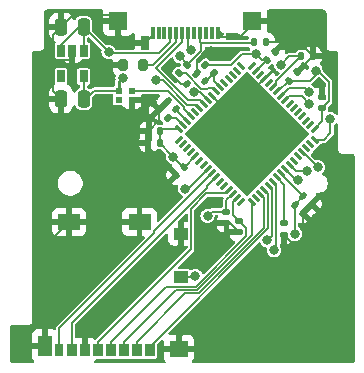
<source format=gtl>
%TF.GenerationSoftware,KiCad,Pcbnew,8.0.7-1.fc41*%
%TF.CreationDate,2025-01-19T14:43:59-06:00*%
%TF.ProjectId,Expansion_Card,45787061-6e73-4696-9f6e-5f436172642e,X1*%
%TF.SameCoordinates,Original*%
%TF.FileFunction,Copper,L1,Top*%
%TF.FilePolarity,Positive*%
%FSLAX46Y46*%
G04 Gerber Fmt 4.6, Leading zero omitted, Abs format (unit mm)*
G04 Created by KiCad (PCBNEW 8.0.7-1.fc41) date 2025-01-19 14:43:59*
%MOMM*%
%LPD*%
G01*
G04 APERTURE LIST*
G04 Aperture macros list*
%AMRoundRect*
0 Rectangle with rounded corners*
0 $1 Rounding radius*
0 $2 $3 $4 $5 $6 $7 $8 $9 X,Y pos of 4 corners*
0 Add a 4 corners polygon primitive as box body*
4,1,4,$2,$3,$4,$5,$6,$7,$8,$9,$2,$3,0*
0 Add four circle primitives for the rounded corners*
1,1,$1+$1,$2,$3*
1,1,$1+$1,$4,$5*
1,1,$1+$1,$6,$7*
1,1,$1+$1,$8,$9*
0 Add four rect primitives between the rounded corners*
20,1,$1+$1,$2,$3,$4,$5,0*
20,1,$1+$1,$4,$5,$6,$7,0*
20,1,$1+$1,$6,$7,$8,$9,0*
20,1,$1+$1,$8,$9,$2,$3,0*%
%AMRotRect*
0 Rectangle, with rotation*
0 The origin of the aperture is its center*
0 $1 length*
0 $2 width*
0 $3 Rotation angle, in degrees counterclockwise*
0 Add horizontal line*
21,1,$1,$2,0,0,$3*%
G04 Aperture macros list end*
%TA.AperFunction,SMDPad,CuDef*%
%ADD10R,0.650000X1.060000*%
%TD*%
%TA.AperFunction,SMDPad,CuDef*%
%ADD11RoundRect,0.250000X0.250000X0.475000X-0.250000X0.475000X-0.250000X-0.475000X0.250000X-0.475000X0*%
%TD*%
%TA.AperFunction,SMDPad,CuDef*%
%ADD12RoundRect,0.200000X0.200000X0.275000X-0.200000X0.275000X-0.200000X-0.275000X0.200000X-0.275000X0*%
%TD*%
%TA.AperFunction,SMDPad,CuDef*%
%ADD13R,0.380000X1.000000*%
%TD*%
%TA.AperFunction,SMDPad,CuDef*%
%ADD14R,0.700000X1.150000*%
%TD*%
%TA.AperFunction,SMDPad,CuDef*%
%ADD15R,1.500000X1.500000*%
%TD*%
%TA.AperFunction,SMDPad,CuDef*%
%ADD16RoundRect,0.135000X-0.226274X-0.035355X-0.035355X-0.226274X0.226274X0.035355X0.035355X0.226274X0*%
%TD*%
%TA.AperFunction,SMDPad,CuDef*%
%ADD17RoundRect,0.135000X0.226274X0.035355X0.035355X0.226274X-0.226274X-0.035355X-0.035355X-0.226274X0*%
%TD*%
%TA.AperFunction,SMDPad,CuDef*%
%ADD18RoundRect,0.140000X-0.170000X0.140000X-0.170000X-0.140000X0.170000X-0.140000X0.170000X0.140000X0*%
%TD*%
%TA.AperFunction,SMDPad,CuDef*%
%ADD19RoundRect,0.135000X0.135000X0.185000X-0.135000X0.185000X-0.135000X-0.185000X0.135000X-0.185000X0*%
%TD*%
%TA.AperFunction,SMDPad,CuDef*%
%ADD20RoundRect,0.140000X-0.219203X-0.021213X-0.021213X-0.219203X0.219203X0.021213X0.021213X0.219203X0*%
%TD*%
%TA.AperFunction,SMDPad,CuDef*%
%ADD21RoundRect,0.140000X0.140000X0.170000X-0.140000X0.170000X-0.140000X-0.170000X0.140000X-0.170000X0*%
%TD*%
%TA.AperFunction,SMDPad,CuDef*%
%ADD22RoundRect,0.140000X0.219203X0.021213X0.021213X0.219203X-0.219203X-0.021213X-0.021213X-0.219203X0*%
%TD*%
%TA.AperFunction,SMDPad,CuDef*%
%ADD23RotRect,0.254000X0.812800X135.000000*%
%TD*%
%TA.AperFunction,SMDPad,CuDef*%
%ADD24RotRect,0.254000X0.812800X45.000000*%
%TD*%
%TA.AperFunction,SMDPad,CuDef*%
%ADD25RotRect,7.493000X7.493000X45.000000*%
%TD*%
%TA.AperFunction,SMDPad,CuDef*%
%ADD26RoundRect,0.140000X-0.140000X-0.170000X0.140000X-0.170000X0.140000X0.170000X-0.140000X0.170000X0*%
%TD*%
%TA.AperFunction,SMDPad,CuDef*%
%ADD27RoundRect,0.140000X0.170000X-0.140000X0.170000X0.140000X-0.170000X0.140000X-0.170000X-0.140000X0*%
%TD*%
%TA.AperFunction,SMDPad,CuDef*%
%ADD28R,0.850000X1.100000*%
%TD*%
%TA.AperFunction,SMDPad,CuDef*%
%ADD29R,0.750000X1.100000*%
%TD*%
%TA.AperFunction,SMDPad,CuDef*%
%ADD30R,1.200000X1.000000*%
%TD*%
%TA.AperFunction,SMDPad,CuDef*%
%ADD31R,1.550000X1.350000*%
%TD*%
%TA.AperFunction,SMDPad,CuDef*%
%ADD32R,1.900000X1.350000*%
%TD*%
%TA.AperFunction,SMDPad,CuDef*%
%ADD33R,1.170000X1.800000*%
%TD*%
%TA.AperFunction,SMDPad,CuDef*%
%ADD34RoundRect,0.140000X0.021213X-0.219203X0.219203X-0.021213X-0.021213X0.219203X-0.219203X0.021213X0*%
%TD*%
%TA.AperFunction,SMDPad,CuDef*%
%ADD35R,0.600000X0.500000*%
%TD*%
%TA.AperFunction,SMDPad,CuDef*%
%ADD36RoundRect,0.140000X-0.021213X0.219203X-0.219203X0.021213X0.021213X-0.219203X0.219203X-0.021213X0*%
%TD*%
%TA.AperFunction,SMDPad,CuDef*%
%ADD37RoundRect,0.135000X0.035355X-0.226274X0.226274X-0.035355X-0.035355X0.226274X-0.226274X0.035355X0*%
%TD*%
%TA.AperFunction,ViaPad*%
%ADD38C,0.800000*%
%TD*%
%TA.AperFunction,Conductor*%
%ADD39C,0.152400*%
%TD*%
%TA.AperFunction,Conductor*%
%ADD40C,0.250000*%
%TD*%
G04 APERTURE END LIST*
D10*
%TO.P,U1,1,VIN*%
%TO.N,VBUS*%
X131400000Y-130500000D03*
%TO.P,U1,2,GND*%
%TO.N,GND*%
X130450000Y-130500000D03*
%TO.P,U1,3,EN*%
%TO.N,VBUS*%
X129500000Y-130500000D03*
%TO.P,U1,4,NC*%
%TO.N,unconnected-(U1-NC-Pad4)*%
X129500000Y-132700000D03*
%TO.P,U1,5,VOUT*%
%TO.N,+3V3*%
X131400000Y-132700000D03*
%TD*%
D11*
%TO.P,C1,1*%
%TO.N,VBUS*%
X131400000Y-128500000D03*
%TO.P,C1,2*%
%TO.N,GND*%
X129500000Y-128500000D03*
%TD*%
D12*
%TO.P,R1,1*%
%TO.N,Net-(P1-CC)*%
X136425000Y-131700000D03*
%TO.P,R1,2*%
%TO.N,GND*%
X134775000Y-131700000D03*
%TD*%
D13*
%TO.P,P1,A1,GND*%
%TO.N,GND*%
X137250000Y-129040000D03*
%TO.P,P1,A2*%
%TO.N,N/C*%
X137750000Y-129040000D03*
%TO.P,P1,A3*%
X138250000Y-129040000D03*
%TO.P,P1,A4,VBUS*%
%TO.N,VBUS*%
X138750000Y-129040000D03*
%TO.P,P1,A5,CC*%
%TO.N,Net-(P1-CC)*%
X139250000Y-129040000D03*
%TO.P,P1,A6,D+*%
%TO.N,/USB_DP*%
X139750000Y-129040000D03*
%TO.P,P1,A7,D-*%
%TO.N,/USB_DN*%
X140250000Y-129040000D03*
%TO.P,P1,A8*%
%TO.N,N/C*%
X140750000Y-129040000D03*
%TO.P,P1,A9,VBUS*%
%TO.N,VBUS*%
X141250000Y-129040000D03*
%TO.P,P1,A10*%
%TO.N,N/C*%
X141750000Y-129040000D03*
%TO.P,P1,A11*%
X142250000Y-129040000D03*
%TO.P,P1,A12,GND*%
%TO.N,GND*%
X142750000Y-129040000D03*
D14*
%TO.P,P1,S1,SHIELD*%
X136580000Y-129880000D03*
%TD*%
D11*
%TO.P,C2,1*%
%TO.N,+3V3*%
X131400000Y-134600000D03*
%TO.P,C2,2*%
%TO.N,GND*%
X129500000Y-134600000D03*
%TD*%
D15*
%TO.P,TP1,1,1*%
%TO.N,GND*%
X134300000Y-128000000D03*
%TD*%
%TO.P,TP3,1,1*%
%TO.N,GND*%
X145700000Y-128000000D03*
%TD*%
D16*
%TO.P,R5,1*%
%TO.N,+3V3*%
X141700000Y-131700000D03*
%TO.P,R5,2*%
%TO.N,Net-(U2-NRESET)*%
X142421248Y-132421248D03*
%TD*%
D17*
%TO.P,R2,1*%
%TO.N,Net-(U2-RBIAS)*%
X138521248Y-136221248D03*
%TO.P,R2,2*%
%TO.N,GND*%
X137800000Y-135500000D03*
%TD*%
D18*
%TO.P,C15,1*%
%TO.N,Net-(J1-VDD)*%
X144600000Y-144920000D03*
%TO.P,C15,2*%
%TO.N,GND*%
X144600000Y-145880000D03*
%TD*%
D19*
%TO.P,R4,1*%
%TO.N,GND*%
X146809999Y-129800000D03*
%TO.P,R4,2*%
%TO.N,VBUS*%
X145790001Y-129800000D03*
%TD*%
D20*
%TO.P,C7,1*%
%TO.N,+3V3*%
X150021178Y-142821178D03*
%TO.P,C7,2*%
%TO.N,GND*%
X150700000Y-143500000D03*
%TD*%
D21*
%TO.P,C13,1*%
%TO.N,+3V3*%
X137840000Y-138350000D03*
%TO.P,C13,2*%
%TO.N,GND*%
X136880000Y-138350000D03*
%TD*%
D22*
%TO.P,C17,1*%
%TO.N,Net-(U2-NRESET)*%
X141699999Y-133114213D03*
%TO.P,C17,2*%
%TO.N,GND*%
X141021177Y-132435391D03*
%TD*%
D23*
%TO.P,U2,1,USBDN_DM2*%
%TO.N,unconnected-(U2-USBDN_DM2-Pad1)*%
X139441181Y-138055518D03*
%TO.P,U2,2,USBDN_DP2*%
%TO.N,unconnected-(U2-USBDN_DP2-Pad2)*%
X139794734Y-138409071D03*
%TO.P,U2,3,USBDN_DM3*%
%TO.N,unconnected-(U2-USBDN_DM3-Pad3)*%
X140148288Y-138762625D03*
%TO.P,U2,4,USBDN_DP3*%
%TO.N,unconnected-(U2-USBDN_DP3-Pad4)*%
X140501840Y-139116178D03*
%TO.P,U2,5,VDD33*%
%TO.N,+3V3*%
X140855395Y-139469732D03*
%TO.P,U2,6,PRTCTL2*%
%TO.N,unconnected-(U2-PRTCTL2-Pad6)*%
X141208948Y-139823285D03*
%TO.P,U2,7,PRTCTL3*%
%TO.N,unconnected-(U2-PRTCTL3-Pad7)*%
X141562501Y-140176838D03*
%TO.P,U2,8,SD2_NCD/GPIO16*%
%TO.N,Net-(J1-DET_B)*%
X141916055Y-140530392D03*
%TO.P,U2,9,SD2_D1/GPIO19*%
%TO.N,Net-(J1-DAT1)*%
X142269608Y-140883945D03*
%TO.P,U2,10,SD2_D0/GPIO18*%
%TO.N,Net-(J1-DAT0)*%
X142623162Y-141237499D03*
%TO.P,U2,11,SD2_D7/GPIO25*%
%TO.N,unconnected-(U2-SD2_D7{slash}GPIO25-Pad11)*%
X142976715Y-141591052D03*
%TO.P,U2,12,SD2_D6/GPIO24*%
%TO.N,unconnected-(U2-SD2_D6{slash}GPIO24-Pad12)*%
X143330268Y-141944605D03*
%TO.P,U2,13,SD2_CLK/GPIO26*%
%TO.N,Net-(J1-CLK)*%
X143683822Y-142298160D03*
%TO.P,U2,14,VDD33*%
%TO.N,+3V3*%
X144037375Y-142651712D03*
%TO.P,U2,15,GPIO8(CRD_PWR2)*%
%TO.N,Net-(J1-VDD)*%
X144390929Y-143005266D03*
%TO.P,U2,16,SD2_D5/GPIO23*%
%TO.N,unconnected-(U2-SD2_D5{slash}GPIO23-Pad16)*%
X144744482Y-143358819D03*
D24*
%TO.P,U2,17,SD2_CMD/GPIO27*%
%TO.N,Net-(J1-CMD)*%
X145655518Y-143358819D03*
%TO.P,U2,18,SD2_D4/GPIO22*%
%TO.N,unconnected-(U2-SD2_D4{slash}GPIO22-Pad18)*%
X146009071Y-143005266D03*
%TO.P,U2,19,SD2_D3/GPIO21*%
%TO.N,Net-(J1-DAT3{slash}CD)*%
X146362625Y-142651712D03*
%TO.P,U2,20,SD2_D2/GPIO20*%
%TO.N,Net-(J1-DAT2)*%
X146716178Y-142298160D03*
%TO.P,U2,21,GPIO6/SD1_WP/MS_SCLK/XD_D4*%
%TO.N,/SD1_WP*%
X147069732Y-141944605D03*
%TO.P,U2,22,GPIO15/SD1_NCD*%
%TO.N,/SD1_CD*%
X147423285Y-141591052D03*
%TO.P,U2,23,CRFILT*%
%TO.N,Net-(U2-CRFILT)*%
X147776838Y-141237499D03*
%TO.P,U2,24,VDD33*%
%TO.N,+3V3*%
X148130392Y-140883945D03*
%TO.P,U2,25,SD1_D1/MS_D5/XD_D3*%
%TO.N,Net-(J2-DAT1)*%
X148483945Y-140530392D03*
%TO.P,U2,26,SD1_D0/MS_D4/XD_D2*%
%TO.N,Net-(J2-DAT0)*%
X148837499Y-140176838D03*
%TO.P,U2,27,SD1_D7/MS_D6/XD_D1*%
%TO.N,unconnected-(U2-SD1_D7{slash}MS_D6{slash}XD_D1-Pad27)*%
X149191052Y-139823285D03*
%TO.P,U2,28,SD1_D6/MS_D7/XD_D0*%
%TO.N,unconnected-(U2-SD1_D6{slash}MS_D7{slash}XD_D0-Pad28)*%
X149544605Y-139469732D03*
%TO.P,U2,29,SD1_CLK/MS_BS/XD_NWP*%
%TO.N,Net-(J2-CLK)*%
X149898160Y-139116178D03*
%TO.P,U2,30,XD_NWE*%
%TO.N,unconnected-(U2-XD_NWE-Pad30)*%
X150251712Y-138762625D03*
%TO.P,U2,31,SD1_D5/MS_D1/XD_ALE*%
%TO.N,unconnected-(U2-SD1_D5{slash}MS_D1{slash}XD_ALE-Pad31)*%
X150605266Y-138409071D03*
%TO.P,U2,32,SD1_CMD/MS_D0/XD_CLE*%
%TO.N,Net-(J2-CMD)*%
X150958819Y-138055518D03*
D23*
%TO.P,U2,33,VDD33*%
%TO.N,+3V3*%
X150958819Y-137144482D03*
%TO.P,U2,34,XD_NCE*%
%TO.N,unconnected-(U2-XD_NCE-Pad34)*%
X150605266Y-136790929D03*
%TO.P,U2,35,XD_NRE*%
%TO.N,unconnected-(U2-XD_NRE-Pad35)*%
X150251712Y-136437375D03*
%TO.P,U2,36,XD_NB/R*%
%TO.N,unconnected-(U2-XD_NB{slash}R-Pad36)*%
X149898160Y-136083822D03*
%TO.P,U2,37,GPIO14/XD_NCD*%
%TO.N,unconnected-(U2-GPIO14{slash}XD_NCD-Pad37)*%
X149544605Y-135730268D03*
%TO.P,U2,38,SD1_D4/MS_D2/XD_D7*%
%TO.N,unconnected-(U2-SD1_D4{slash}MS_D2{slash}XD_D7-Pad38)*%
X149191052Y-135376715D03*
%TO.P,U2,39,GPIO12/MS_INS*%
%TO.N,unconnected-(U2-GPIO12{slash}MS_INS-Pad39)*%
X148837499Y-135023162D03*
%TO.P,U2,40,SD1_D3/MS_D3/XD_D6*%
%TO.N,/SD1_D3*%
X148483945Y-134669608D03*
%TO.P,U2,41,SD1_D2/XD_D5*%
%TO.N,/SD1_D2*%
X148130392Y-134316055D03*
%TO.P,U2,42,VDD33*%
%TO.N,+3V3*%
X147776838Y-133962501D03*
%TO.P,U2,43,GPIO10(CRD_PWR1)*%
%TO.N,Net-(J2-VDD)*%
X147423285Y-133608948D03*
%TO.P,U2,44,GPIO2/RXD*%
%TO.N,unconnected-(U2-GPIO2{slash}RXD-Pad44)*%
X147069732Y-133255395D03*
%TO.P,U2,45,SD2_WP/GPIO17*%
%TO.N,GND*%
X146716178Y-132901840D03*
%TO.P,U2,46,NC*%
%TO.N,unconnected-(U2-NC-Pad46)*%
X146362625Y-132548288D03*
%TO.P,U2,47,VDD33*%
%TO.N,+3V3*%
X146009071Y-132194734D03*
%TO.P,U2,48,NC*%
%TO.N,unconnected-(U2-NC-Pad48)*%
X145655518Y-131841181D03*
D24*
%TO.P,U2,49,SPI_CE_N*%
%TO.N,unconnected-(U2-SPI_CE_N-Pad49)*%
X144744482Y-131841181D03*
%TO.P,U2,50,SPI_CLK/GPIO4/SCL*%
%TO.N,unconnected-(U2-SPI_CLK{slash}GPIO4{slash}SCL-Pad50)*%
X144390929Y-132194734D03*
%TO.P,U2,51,SPI_DO/GPIO5/SDA/SPI_SPD_SEL*%
%TO.N,unconnected-(U2-SPI_DO{slash}GPIO5{slash}SDA{slash}SPI_SPD_SEL-Pad51)*%
X144037375Y-132548288D03*
%TO.P,U2,52,SPI_DI*%
%TO.N,unconnected-(U2-SPI_DI-Pad52)*%
X143683822Y-132901840D03*
%TO.P,U2,53,GPIO1/LED/TXD*%
%TO.N,unconnected-(U2-GPIO1{slash}LED{slash}TXD-Pad53)*%
X143330268Y-133255395D03*
%TO.P,U2,54,NRESET*%
%TO.N,Net-(U2-NRESET)*%
X142976715Y-133608948D03*
%TO.P,U2,55,VBUS_DET*%
%TO.N,Net-(U2-VBUS_DET)*%
X142623162Y-133962501D03*
%TO.P,U2,56,TEST*%
%TO.N,GND*%
X142269608Y-134316055D03*
%TO.P,U2,57,VDD33*%
%TO.N,+3V3*%
X141916055Y-134669608D03*
%TO.P,U2,58,USBUP_DP*%
%TO.N,/USB_DP*%
X141562501Y-135023162D03*
%TO.P,U2,59,USBUP_DM*%
%TO.N,/USB_DN*%
X141208948Y-135376715D03*
%TO.P,U2,60,XTAL2*%
%TO.N,unconnected-(U2-XTAL2-Pad60)*%
X140855395Y-135730268D03*
%TO.P,U2,61,XTAL1(CLKIN)*%
%TO.N,Net-(U2-XTAL1(CLKIN))*%
X140501840Y-136083822D03*
%TO.P,U2,62,PLLFILT*%
%TO.N,Net-(U2-PLLFILT)*%
X140148288Y-136437375D03*
%TO.P,U2,63,RBIAS*%
%TO.N,Net-(U2-RBIAS)*%
X139794734Y-136790929D03*
%TO.P,U2,64,VDD33*%
%TO.N,+3V3*%
X139441181Y-137144482D03*
D25*
%TO.P,U2,65,EPAD*%
%TO.N,GND*%
X145200000Y-137600000D03*
%TD*%
D26*
%TO.P,C16,1*%
%TO.N,Net-(J2-VDD)*%
X149840000Y-131000000D03*
%TO.P,C16,2*%
%TO.N,GND*%
X150800000Y-131000000D03*
%TD*%
D27*
%TO.P,C9,1*%
%TO.N,+3V3*%
X151600000Y-135380000D03*
%TO.P,C9,2*%
%TO.N,GND*%
X151600000Y-134420000D03*
%TD*%
D28*
%TO.P,J1,1,DAT2*%
%TO.N,Net-(J1-DAT2)*%
X137005001Y-155862500D03*
%TO.P,J1,2,DAT3/CD*%
%TO.N,Net-(J1-DAT3{slash}CD)*%
X135905000Y-155862500D03*
%TO.P,J1,3,CMD*%
%TO.N,Net-(J1-CMD)*%
X134805001Y-155862500D03*
%TO.P,J1,4,VDD*%
%TO.N,Net-(J1-VDD)*%
X133705000Y-155862500D03*
%TO.P,J1,5,CLK*%
%TO.N,Net-(J1-CLK)*%
X132605000Y-155862500D03*
%TO.P,J1,6,VSS*%
%TO.N,GND*%
X131505000Y-155862500D03*
%TO.P,J1,7,DAT0*%
%TO.N,Net-(J1-DAT0)*%
X130405000Y-155862500D03*
D29*
%TO.P,J1,8,DAT1*%
%TO.N,Net-(J1-DAT1)*%
X129355000Y-155862500D03*
D30*
%TO.P,J1,9,DET_B*%
%TO.N,Net-(J1-DET_B)*%
X139640000Y-149712500D03*
%TO.P,J1,10,DET_A*%
%TO.N,GND*%
X139640000Y-146012500D03*
D31*
%TO.P,J1,11,SHIELD*%
X139465000Y-155737500D03*
D32*
X136140000Y-145037500D03*
X130170000Y-145037500D03*
D33*
X128145000Y-155512500D03*
%TD*%
D22*
%TO.P,C3,1*%
%TO.N,Net-(U2-PLLFILT)*%
X139239411Y-135439411D03*
%TO.P,C3,2*%
%TO.N,GND*%
X138560589Y-134760589D03*
%TD*%
D34*
%TO.P,C11,1*%
%TO.N,+3V3*%
X146921178Y-131278822D03*
%TO.P,C11,2*%
%TO.N,GND*%
X147600000Y-130600000D03*
%TD*%
D35*
%TO.P,X1,1,Tri-State*%
%TO.N,unconnected-(X1-Tri-State-Pad1)*%
X134400000Y-134700000D03*
%TO.P,X1,2,GND*%
%TO.N,GND*%
X135500000Y-134700000D03*
%TO.P,X1,3,OUT*%
%TO.N,Net-(U2-XTAL1(CLKIN))*%
X135500000Y-133900000D03*
%TO.P,X1,4,VDD*%
%TO.N,+3V3*%
X134400000Y-133900000D03*
%TD*%
D22*
%TO.P,C12,1*%
%TO.N,+3V3*%
X140839411Y-134039411D03*
%TO.P,C12,2*%
%TO.N,GND*%
X140160589Y-133360589D03*
%TD*%
D18*
%TO.P,C6,1*%
%TO.N,+3V3*%
X143500000Y-144140000D03*
%TO.P,C6,2*%
%TO.N,GND*%
X143500000Y-145100000D03*
%TD*%
D36*
%TO.P,C5,1*%
%TO.N,+3V3*%
X139939411Y-140360589D03*
%TO.P,C5,2*%
%TO.N,GND*%
X139260589Y-141039411D03*
%TD*%
D20*
%TO.P,C8,1*%
%TO.N,+3V3*%
X149264574Y-143577782D03*
%TO.P,C8,2*%
%TO.N,GND*%
X149943396Y-144256604D03*
%TD*%
D37*
%TO.P,R3,1*%
%TO.N,Net-(U2-VBUS_DET)*%
X139478752Y-132421248D03*
%TO.P,R3,2*%
%TO.N,VBUS*%
X140200000Y-131700000D03*
%TD*%
D34*
%TO.P,C10,1*%
%TO.N,+3V3*%
X148760589Y-133039411D03*
%TO.P,C10,2*%
%TO.N,GND*%
X149439411Y-132360589D03*
%TD*%
D27*
%TO.P,C4,1*%
%TO.N,GND*%
X148400000Y-146080000D03*
%TO.P,C4,2*%
%TO.N,Net-(U2-CRFILT)*%
X148400000Y-145120000D03*
%TD*%
D26*
%TO.P,C14,1*%
%TO.N,GND*%
X136920000Y-137280000D03*
%TO.P,C14,2*%
%TO.N,+3V3*%
X137880000Y-137280000D03*
%TD*%
D38*
%TO.N,GND*%
X148437471Y-136668200D03*
X147400000Y-128000000D03*
X145200000Y-138300000D03*
X148673340Y-129949207D03*
X133300000Y-131600000D03*
X134300000Y-130000000D03*
X142200000Y-130576200D03*
X131000000Y-147000000D03*
X132000000Y-154400000D03*
X151400000Y-133300000D03*
X138472492Y-132016200D03*
X137200000Y-134900000D03*
X140300000Y-154000000D03*
X137400000Y-140800000D03*
X149300000Y-147300000D03*
X143088090Y-136668200D03*
X141900000Y-146000000D03*
%TO.N,+3V3*%
X140718540Y-134047144D03*
X139000002Y-139500000D03*
X151040960Y-132194280D03*
X134700000Y-132800000D03*
X141900000Y-144500000D03*
X149309999Y-146007142D03*
X146000000Y-130800000D03*
%TO.N,VBUS*%
X133518749Y-130624216D03*
X139600000Y-131000000D03*
%TO.N,Net-(J2-VDD)*%
X148100000Y-131700000D03*
%TO.N,/SD1_WP*%
X146973278Y-146573278D03*
%TO.N,Net-(J2-CMD)*%
X152300000Y-136300000D03*
%TO.N,Net-(J2-DAT0)*%
X150300000Y-140700000D03*
%TO.N,Net-(J2-CLK)*%
X151248685Y-140383772D03*
%TO.N,/SD1_D2*%
X150500000Y-134000000D03*
%TO.N,/SD1_CD*%
X147510610Y-147416652D03*
%TO.N,/SD1_D3*%
X150500000Y-135000000D03*
%TO.N,Net-(J2-DAT1)*%
X149578146Y-141421854D03*
%TO.N,/USB_DN*%
X140457761Y-130485947D03*
X137532509Y-132988800D03*
%TO.N,Net-(J1-DET_B)*%
X139998630Y-142198631D03*
X140871854Y-149571854D03*
%TD*%
D39*
%TO.N,GND*%
X133798800Y-127498800D02*
X134300000Y-128000000D01*
X142800000Y-145100000D02*
X141900000Y-146000000D01*
X140160589Y-133360589D02*
X139645649Y-133360589D01*
X141021177Y-131273955D02*
X141718932Y-130576200D01*
X129500000Y-128500000D02*
X130501200Y-127498800D01*
X135180000Y-129880000D02*
X136580000Y-129880000D01*
X128145000Y-147062500D02*
X128145000Y-155512500D01*
X137250000Y-129040000D02*
X137250000Y-129210000D01*
X148673340Y-129949207D02*
X148250793Y-129949207D01*
X130170000Y-146170000D02*
X131000000Y-147000000D01*
X149300000Y-146683342D02*
X149300000Y-147300000D01*
X128800000Y-133900000D02*
X128800000Y-131207400D01*
X130170000Y-145037500D02*
X136140000Y-145037500D01*
X136880000Y-138658822D02*
X139260589Y-141039411D01*
X138472492Y-132187432D02*
X138472492Y-132016200D01*
X131505000Y-155862500D02*
X131505000Y-154895000D01*
X136880000Y-138350000D02*
X136880000Y-138658822D01*
X137800000Y-135500000D02*
X137200000Y-134900000D01*
X144019890Y-137600000D02*
X143088090Y-136668200D01*
X145200000Y-134418018D02*
X145200000Y-137600000D01*
X146716178Y-132901840D02*
X145200000Y-134418018D01*
X134800000Y-129500000D02*
X135180000Y-129880000D01*
X148400000Y-146080000D02*
X149003342Y-146683342D01*
X145200000Y-137600000D02*
X147505671Y-137600000D01*
X138560589Y-134760589D02*
X138539411Y-134760589D01*
X137000000Y-134700000D02*
X137200000Y-134900000D01*
X147797989Y-130402011D02*
X150202011Y-130402011D01*
X149003342Y-146683342D02*
X149300000Y-146683342D01*
X139465000Y-154835000D02*
X140300000Y-154000000D01*
X142750000Y-129059286D02*
X143066914Y-129376200D01*
X137800000Y-135500000D02*
X137800000Y-136400000D01*
X142269608Y-134316055D02*
X145200000Y-137246447D01*
X130170000Y-145037500D02*
X130170000Y-146170000D01*
X145200000Y-137600000D02*
X144019890Y-137600000D01*
X130170000Y-145037500D02*
X128145000Y-147062500D01*
X143066914Y-129376200D02*
X144683086Y-129376200D01*
X149986199Y-146313801D02*
X149986199Y-144299407D01*
X136920000Y-137280000D02*
X136920000Y-138310000D01*
X151600000Y-133500000D02*
X151400000Y-133300000D01*
X133400000Y-131700000D02*
X133300000Y-131600000D01*
X128898800Y-131306200D02*
X128800000Y-131207400D01*
X134300000Y-129000000D02*
X134800000Y-129500000D01*
X129500000Y-134600000D02*
X128800000Y-133900000D01*
X143500000Y-145100000D02*
X143820000Y-145100000D01*
X128800000Y-131207400D02*
X128800000Y-129200000D01*
X149616658Y-146683342D02*
X149986199Y-146313801D01*
X139645649Y-133360589D02*
X138472492Y-132187432D01*
X139640000Y-146012500D02*
X139640000Y-146760000D01*
X131505000Y-154895000D02*
X132000000Y-154400000D01*
X149439411Y-132360589D02*
X150800000Y-131000000D01*
X128800000Y-129200000D02*
X129500000Y-128500000D01*
X137250000Y-129210000D02*
X136580000Y-129880000D01*
X139640000Y-146760000D02*
X132000000Y-154400000D01*
X150700000Y-143500000D02*
X149943396Y-144256604D01*
X134775000Y-131700000D02*
X133400000Y-131700000D01*
X130450000Y-130500000D02*
X130450000Y-131182400D01*
X135500000Y-134700000D02*
X137000000Y-134700000D01*
X151600000Y-134420000D02*
X151600000Y-133500000D01*
X138539411Y-134760589D02*
X137800000Y-135500000D01*
X145200000Y-137246447D02*
X145200000Y-137600000D01*
X148250793Y-129949207D02*
X147600000Y-130600000D01*
X141718932Y-130576200D02*
X142200000Y-130576200D01*
X150202011Y-130402011D02*
X150800000Y-131000000D01*
X142750000Y-129040000D02*
X142750000Y-129059286D01*
X147600000Y-130600000D02*
X147797989Y-130402011D01*
X134800000Y-129500000D02*
X134300000Y-130000000D01*
X144683086Y-129376200D02*
X145700000Y-128359286D01*
X143820000Y-145100000D02*
X144600000Y-145880000D01*
X141021177Y-132435391D02*
X141021177Y-131273955D01*
X136920000Y-138310000D02*
X136880000Y-138350000D01*
X148673340Y-129949207D02*
X148524133Y-129800000D01*
X145700000Y-128359286D02*
X145700000Y-128000000D01*
X139465000Y-155737500D02*
X139465000Y-154835000D01*
X130326200Y-131306200D02*
X128898800Y-131306200D01*
X130450000Y-131182400D02*
X130326200Y-131306200D01*
X147505671Y-137600000D02*
X148437471Y-136668200D01*
X130501200Y-127498800D02*
X133798800Y-127498800D01*
X148524133Y-129800000D02*
X146809999Y-129800000D01*
X137800000Y-136400000D02*
X136920000Y-137280000D01*
X149986199Y-144299407D02*
X149943396Y-144256604D01*
X149300000Y-146683342D02*
X149616658Y-146683342D01*
X145700000Y-128000000D02*
X147400000Y-128000000D01*
X134300000Y-128000000D02*
X134300000Y-129000000D01*
X143500000Y-145100000D02*
X142800000Y-145100000D01*
%TO.N,+3V3*%
X137880000Y-138310000D02*
X137840000Y-138350000D01*
X151040960Y-132194280D02*
X151250572Y-132194280D01*
X148130392Y-140930392D02*
X150021178Y-142821178D01*
X152186200Y-134793800D02*
X151600000Y-135380000D01*
X151040960Y-132559040D02*
X150560589Y-133039411D01*
X151600000Y-136503301D02*
X151600000Y-135380000D01*
X149264574Y-145961717D02*
X149264574Y-143577782D01*
D40*
X134400000Y-133100000D02*
X134700000Y-132800000D01*
D39*
X139964538Y-140360589D02*
X140855395Y-139469732D01*
X152186200Y-133129908D02*
X152186200Y-134793800D01*
X140726273Y-134039411D02*
X140718540Y-134047144D01*
X146000000Y-130800000D02*
X146478822Y-131278822D01*
X138845000Y-139355000D02*
X138990000Y-139500000D01*
X131400000Y-134600000D02*
X131600000Y-134600000D01*
X144037375Y-142651712D02*
X143500000Y-143189087D01*
X151040960Y-132194280D02*
X151040960Y-132559040D01*
X139939411Y-140360589D02*
X139964538Y-140360589D01*
X137840000Y-138350000D02*
X138845000Y-139355000D01*
D40*
X134400000Y-133900000D02*
X134400000Y-133100000D01*
D39*
X131400000Y-132700000D02*
X131400000Y-134600000D01*
X140839411Y-134039411D02*
X140726273Y-134039411D01*
X148130392Y-140883945D02*
X148130392Y-140930392D01*
X149309999Y-146007142D02*
X149264574Y-145961717D01*
X138990000Y-139500000D02*
X139000002Y-139500000D01*
X147776838Y-133962501D02*
X147837499Y-133962501D01*
X150958819Y-137144482D02*
X151600000Y-136503301D01*
X141916055Y-134669608D02*
X141285858Y-134039411D01*
X138015518Y-137144482D02*
X137880000Y-137280000D01*
X147837499Y-133962501D02*
X148760589Y-133039411D01*
X139441181Y-137144482D02*
X138015518Y-137144482D01*
X146921178Y-131278822D02*
X146921178Y-131282627D01*
X150560589Y-133039411D02*
X148760589Y-133039411D01*
X151250572Y-132194280D02*
X152186200Y-133129908D01*
X137880000Y-137280000D02*
X137880000Y-138310000D01*
X146000000Y-130800000D02*
X144820319Y-130800000D01*
X143920319Y-131700000D02*
X141700000Y-131700000D01*
X144820319Y-130800000D02*
X143920319Y-131700000D01*
X149264574Y-143577782D02*
X150021178Y-142821178D01*
X143500000Y-143189087D02*
X143500000Y-144140000D01*
X138845000Y-139355000D02*
X139850589Y-140360589D01*
X139850589Y-140360589D02*
X139939411Y-140360589D01*
X142260000Y-144140000D02*
X141900000Y-144500000D01*
X131600000Y-134600000D02*
X132300000Y-133900000D01*
X139939411Y-140360589D02*
X139960589Y-140360589D01*
X141285858Y-134039411D02*
X140839411Y-134039411D01*
X146478822Y-131278822D02*
X146921178Y-131278822D01*
X143500000Y-144140000D02*
X142260000Y-144140000D01*
X146921178Y-131282627D02*
X146009071Y-132194734D01*
X132300000Y-133900000D02*
X134400000Y-133900000D01*
%TO.N,VBUS*%
X138750000Y-129040000D02*
X138750000Y-129782400D01*
X141250000Y-129040000D02*
X141250000Y-129782400D01*
X131048800Y-128500000D02*
X129500000Y-130048800D01*
X140200000Y-131700000D02*
X140200000Y-131600000D01*
X140200000Y-131700000D02*
X141367600Y-130532400D01*
X138750000Y-129782400D02*
X137801200Y-130731200D01*
X141250000Y-129782400D02*
X141367600Y-129900000D01*
X131400000Y-128500000D02*
X131048800Y-128500000D01*
X145690001Y-129900000D02*
X145790001Y-129800000D01*
X141367600Y-129900000D02*
X145690001Y-129900000D01*
X129500000Y-130048800D02*
X129500000Y-130500000D01*
X133631200Y-130731200D02*
X131400000Y-128500000D01*
X131400000Y-128500000D02*
X131400000Y-130500000D01*
X140200000Y-131600000D02*
X139600000Y-131000000D01*
X141367600Y-130532400D02*
X141367600Y-129900000D01*
X137801200Y-130731200D02*
X133631200Y-130731200D01*
%TO.N,Net-(U2-PLLFILT)*%
X139239411Y-135528498D02*
X140148288Y-136437375D01*
X139239411Y-135439411D02*
X139239411Y-135528498D01*
%TO.N,Net-(U2-CRFILT)*%
X147776838Y-141237499D02*
X148400000Y-141860661D01*
X148400000Y-141860661D02*
X148400000Y-145120000D01*
%TO.N,Net-(J1-VDD)*%
X144091111Y-144411111D02*
X144600000Y-144920000D01*
X140911300Y-150488700D02*
X145186200Y-146213800D01*
X133705000Y-155160100D02*
X138376400Y-150488700D01*
X145186200Y-145506200D02*
X144600000Y-144920000D01*
X138376400Y-150488700D02*
X140911300Y-150488700D01*
X144091111Y-143305084D02*
X144091111Y-144411111D01*
X133705000Y-155862500D02*
X133705000Y-155160100D01*
X144390929Y-143005266D02*
X144091111Y-143305084D01*
X145186200Y-146213800D02*
X145186200Y-145506200D01*
%TO.N,Net-(J2-VDD)*%
X147723103Y-133116897D02*
X149840000Y-131000000D01*
X148800000Y-131000000D02*
X148100000Y-131700000D01*
X147423285Y-133608948D02*
X147723103Y-133309130D01*
X147723103Y-133309130D02*
X147723103Y-133116897D01*
X149840000Y-131000000D02*
X148800000Y-131000000D01*
%TO.N,Net-(U2-NRESET)*%
X142421248Y-132421248D02*
X142421248Y-133053481D01*
X141728283Y-133114213D02*
X142421248Y-132421248D01*
X142421248Y-133053481D02*
X142976715Y-133608948D01*
X141699999Y-133114213D02*
X141728283Y-133114213D01*
%TO.N,Net-(J1-CLK)*%
X141797256Y-142597976D02*
X140516200Y-143879032D01*
X140516200Y-147283800D02*
X132605000Y-155195000D01*
X143683822Y-142298160D02*
X143384006Y-142597976D01*
X132605000Y-155195000D02*
X132605000Y-155862500D01*
X143384006Y-142597976D02*
X141797256Y-142597976D01*
X140516200Y-143879032D02*
X140516200Y-147283800D01*
%TO.N,Net-(J1-DAT0)*%
X130405000Y-155862500D02*
X130405000Y-153595100D01*
X141860260Y-142139840D02*
X141860260Y-142000401D01*
X141860260Y-142000401D02*
X142623162Y-141237499D01*
X130405000Y-153595100D02*
X141860260Y-142139840D01*
%TO.N,Net-(J1-DAT1)*%
X129355000Y-155862500D02*
X129355000Y-153999900D01*
X129355000Y-153999900D02*
X137366200Y-145988700D01*
X137366200Y-145787353D02*
X142269608Y-140883945D01*
X137366200Y-145988700D02*
X137366200Y-145787353D01*
%TO.N,Net-(J1-DAT2)*%
X137005001Y-155862500D02*
X137005001Y-155580394D01*
X147015996Y-142597978D02*
X146716178Y-142298160D01*
X147015996Y-145569399D02*
X147015996Y-142597978D01*
X137005001Y-155580394D02*
X147015996Y-145569399D01*
%TO.N,/SD1_WP*%
X147369549Y-142244422D02*
X147369549Y-146177007D01*
X147069732Y-141944605D02*
X147369549Y-142244422D01*
X147369549Y-146177007D02*
X146973278Y-146573278D01*
%TO.N,Net-(J2-CMD)*%
X152300000Y-137506933D02*
X152300000Y-136300000D01*
X151751415Y-138055518D02*
X152300000Y-137506933D01*
X150958819Y-138055518D02*
X151751415Y-138055518D01*
%TO.N,Net-(J2-DAT0)*%
X149360661Y-140700000D02*
X150300000Y-140700000D01*
X148837499Y-140176838D02*
X149360661Y-140700000D01*
%TO.N,Net-(J2-CLK)*%
X149981091Y-139116178D02*
X151248685Y-140383772D01*
X149898160Y-139116178D02*
X149981091Y-139116178D01*
%TO.N,/SD1_D2*%
X150500000Y-134000000D02*
X150177558Y-133677558D01*
X148768889Y-133677558D02*
X148130392Y-134316055D01*
X150177558Y-133677558D02*
X148768889Y-133677558D01*
%TO.N,/SD1_CD*%
X147723103Y-141890870D02*
X147723103Y-147204159D01*
X147423285Y-141591052D02*
X147723103Y-141890870D01*
X147723103Y-147204159D02*
X147510610Y-147416652D01*
%TO.N,/SD1_D3*%
X149869791Y-134369791D02*
X148783762Y-134369791D01*
X150500000Y-135000000D02*
X149869791Y-134369791D01*
X148783762Y-134369791D02*
X148483945Y-134669608D01*
%TO.N,Net-(J2-DAT1)*%
X148483945Y-140530392D02*
X149375407Y-141421854D01*
X149375407Y-141421854D02*
X149578146Y-141421854D01*
%TO.N,Net-(P1-CC)*%
X139250000Y-129760000D02*
X137310000Y-131700000D01*
X139250000Y-129040000D02*
X139250000Y-129760000D01*
X137310000Y-131700000D02*
X136425000Y-131700000D01*
%TO.N,/USB_DN*%
X140250000Y-130278186D02*
X140250000Y-129040000D01*
X140457761Y-130485947D02*
X140250000Y-130278186D01*
X140909130Y-135076897D02*
X141208948Y-135376715D01*
X138093668Y-132988800D02*
X140181765Y-135076897D01*
X137532509Y-132988800D02*
X138093668Y-132988800D01*
X140181765Y-135076897D02*
X140909130Y-135076897D01*
%TO.N,/USB_DP*%
X141262683Y-134723344D02*
X140223344Y-134723344D01*
X140223344Y-134723344D02*
X137516200Y-132016200D01*
X137516200Y-132016200D02*
X139750000Y-129782400D01*
X139750000Y-129782400D02*
X139750000Y-129040000D01*
X141562501Y-135023162D02*
X141262683Y-134723344D01*
%TO.N,Net-(U2-RBIAS)*%
X139225053Y-136221248D02*
X139794734Y-136790929D01*
X138521248Y-136221248D02*
X139225053Y-136221248D01*
%TO.N,Net-(U2-VBUS_DET)*%
X141848438Y-133752360D02*
X141381372Y-133752360D01*
X141381372Y-133752360D02*
X140050260Y-132421248D01*
X142323345Y-133662684D02*
X141938114Y-133662684D01*
X140050260Y-132421248D02*
X139478752Y-132421248D01*
X142623162Y-133962501D02*
X142323345Y-133662684D01*
X141938114Y-133662684D02*
X141848438Y-133752360D01*
%TO.N,Net-(U2-XTAL1(CLKIN))*%
X139877558Y-135459540D02*
X140501840Y-136083822D01*
X135500000Y-133900000D02*
X138529012Y-133900000D01*
X138529012Y-133900000D02*
X139877558Y-135248546D01*
X139877558Y-135248546D02*
X139877558Y-135459540D01*
%TO.N,Net-(J1-CMD)*%
X134805001Y-155862500D02*
X134805001Y-155160100D01*
X141027032Y-150768100D02*
X145655518Y-146139614D01*
X134805001Y-155160100D02*
X139197001Y-150768100D01*
X145655518Y-146139614D02*
X145655518Y-143358819D01*
X139197001Y-150768100D02*
X141027032Y-150768100D01*
%TO.N,Net-(J1-DET_B)*%
X139998630Y-142198631D02*
X140247816Y-142198631D01*
X140247816Y-142198631D02*
X141916055Y-140530392D01*
X140731208Y-149712500D02*
X140871854Y-149571854D01*
X139640000Y-149712500D02*
X140731208Y-149712500D01*
%TO.N,Net-(J1-DAT3{slash}CD)*%
X135905000Y-155862500D02*
X135905000Y-155160100D01*
X146662442Y-145527822D02*
X146662442Y-142951529D01*
X146662442Y-142951529D02*
X146362625Y-142651712D01*
X140017600Y-151047500D02*
X141142764Y-151047500D01*
X135905000Y-155160100D02*
X140017600Y-151047500D01*
X141142764Y-151047500D02*
X146662442Y-145527822D01*
%TD*%
%TA.AperFunction,Conductor*%
%TO.N,GND*%
G36*
X132997987Y-127045185D02*
G01*
X133043742Y-127097989D01*
X133054237Y-127162756D01*
X133050000Y-127202155D01*
X133050000Y-127750000D01*
X134176000Y-127750000D01*
X134243039Y-127769685D01*
X134288794Y-127822489D01*
X134300000Y-127874000D01*
X134300000Y-128000000D01*
X134426000Y-128000000D01*
X134493039Y-128019685D01*
X134538794Y-128072489D01*
X134550000Y-128124000D01*
X134550000Y-129250000D01*
X135097828Y-129250000D01*
X135097844Y-129249999D01*
X135157372Y-129243598D01*
X135157379Y-129243596D01*
X135292086Y-129193354D01*
X135292088Y-129193352D01*
X135407186Y-129107191D01*
X135432019Y-129074018D01*
X135487953Y-129032147D01*
X135538687Y-129027058D01*
X135538687Y-129025500D01*
X135622007Y-129025500D01*
X135689046Y-129045185D01*
X135734801Y-129097989D01*
X135744745Y-129167147D01*
X135738188Y-129192835D01*
X135736403Y-129197619D01*
X135736401Y-129197627D01*
X135730000Y-129257155D01*
X135730000Y-129630000D01*
X136456000Y-129630000D01*
X136523039Y-129649685D01*
X136568794Y-129702489D01*
X136580000Y-129754000D01*
X136580000Y-130006000D01*
X136560315Y-130073039D01*
X136507511Y-130118794D01*
X136456000Y-130130000D01*
X135730000Y-130130000D01*
X135730000Y-130330500D01*
X135710315Y-130397539D01*
X135657511Y-130443294D01*
X135606000Y-130454500D01*
X134181281Y-130454500D01*
X134114242Y-130434815D01*
X134068487Y-130382011D01*
X134066720Y-130377952D01*
X134043286Y-130321377D01*
X134043285Y-130321376D01*
X134043285Y-130321375D01*
X133947031Y-130195934D01*
X133821590Y-130099680D01*
X133697784Y-130048398D01*
X133675511Y-130039172D01*
X133675509Y-130039171D01*
X133518750Y-130018534D01*
X133518748Y-130018534D01*
X133394776Y-130034855D01*
X133325741Y-130024089D01*
X133290910Y-129999597D01*
X132136819Y-128845506D01*
X132110793Y-128797844D01*
X133050000Y-128797844D01*
X133056401Y-128857372D01*
X133056403Y-128857379D01*
X133106645Y-128992086D01*
X133106649Y-128992093D01*
X133192809Y-129107187D01*
X133192812Y-129107190D01*
X133307906Y-129193350D01*
X133307913Y-129193354D01*
X133442620Y-129243596D01*
X133442627Y-129243598D01*
X133502155Y-129249999D01*
X133502172Y-129250000D01*
X134050000Y-129250000D01*
X134050000Y-128250000D01*
X133050000Y-128250000D01*
X133050000Y-128797844D01*
X132110793Y-128797844D01*
X132103334Y-128784183D01*
X132100500Y-128757825D01*
X132100500Y-127970730D01*
X132097646Y-127940300D01*
X132097646Y-127940298D01*
X132052793Y-127812119D01*
X132052792Y-127812117D01*
X132015218Y-127761206D01*
X131972150Y-127702850D01*
X131862882Y-127622207D01*
X131862880Y-127622206D01*
X131734700Y-127577353D01*
X131704270Y-127574500D01*
X131704266Y-127574500D01*
X131095734Y-127574500D01*
X131095730Y-127574500D01*
X131065300Y-127577353D01*
X131065298Y-127577353D01*
X130937119Y-127622206D01*
X130937117Y-127622207D01*
X130827850Y-127702850D01*
X130747207Y-127812117D01*
X130724842Y-127876033D01*
X130684120Y-127932808D01*
X130619167Y-127958555D01*
X130550605Y-127945098D01*
X130500203Y-127896711D01*
X130490095Y-127874081D01*
X130434358Y-127705880D01*
X130434356Y-127705875D01*
X130342315Y-127556654D01*
X130218345Y-127432684D01*
X130069124Y-127340643D01*
X130069119Y-127340641D01*
X129902697Y-127285494D01*
X129902690Y-127285493D01*
X129799986Y-127275000D01*
X129750000Y-127275000D01*
X129750000Y-128376000D01*
X129730315Y-128443039D01*
X129677511Y-128488794D01*
X129626000Y-128500000D01*
X129500000Y-128500000D01*
X129500000Y-128626000D01*
X129480315Y-128693039D01*
X129427511Y-128738794D01*
X129376000Y-128750000D01*
X128500001Y-128750000D01*
X128500001Y-129024986D01*
X128510494Y-129127697D01*
X128565641Y-129294119D01*
X128565643Y-129294124D01*
X128657684Y-129443345D01*
X128781654Y-129567315D01*
X128930876Y-129659356D01*
X128948699Y-129665262D01*
X129006144Y-129705034D01*
X129032969Y-129769549D01*
X129020655Y-129838325D01*
X129012799Y-129851860D01*
X128986132Y-129891769D01*
X128986131Y-129891770D01*
X128974500Y-129950247D01*
X128974500Y-131049752D01*
X128986131Y-131108229D01*
X128986132Y-131108230D01*
X129030447Y-131174552D01*
X129096769Y-131218867D01*
X129096770Y-131218868D01*
X129155247Y-131230499D01*
X129155250Y-131230500D01*
X129588444Y-131230500D01*
X129655483Y-131250185D01*
X129687710Y-131280189D01*
X129767809Y-131387187D01*
X129767812Y-131387190D01*
X129882906Y-131473350D01*
X129882913Y-131473354D01*
X130017620Y-131523596D01*
X130017627Y-131523598D01*
X130077155Y-131529999D01*
X130077172Y-131530000D01*
X130200000Y-131530000D01*
X130200000Y-130624000D01*
X130219685Y-130556961D01*
X130272489Y-130511206D01*
X130324000Y-130500000D01*
X130576000Y-130500000D01*
X130643039Y-130519685D01*
X130688794Y-130572489D01*
X130700000Y-130624000D01*
X130700000Y-131530000D01*
X130822828Y-131530000D01*
X130822844Y-131529999D01*
X130882372Y-131523598D01*
X130882379Y-131523596D01*
X131017086Y-131473354D01*
X131017093Y-131473350D01*
X131132187Y-131387190D01*
X131132190Y-131387187D01*
X131212290Y-131280189D01*
X131268223Y-131238318D01*
X131311556Y-131230500D01*
X131744750Y-131230500D01*
X131744751Y-131230499D01*
X131759568Y-131227552D01*
X131803229Y-131218868D01*
X131803229Y-131218867D01*
X131803231Y-131218867D01*
X131869552Y-131174552D01*
X131913867Y-131108231D01*
X131913867Y-131108229D01*
X131913868Y-131108229D01*
X131925499Y-131049752D01*
X131925500Y-131049750D01*
X131925500Y-129950249D01*
X131925499Y-129950247D01*
X131913868Y-129891770D01*
X131913867Y-129891769D01*
X131869552Y-129825447D01*
X131803230Y-129781132D01*
X131776506Y-129775816D01*
X131714596Y-129743429D01*
X131680023Y-129682713D01*
X131676700Y-129654199D01*
X131676700Y-129530923D01*
X131696385Y-129463884D01*
X131749189Y-129418129D01*
X131759740Y-129413883D01*
X131790961Y-129402959D01*
X131806823Y-129397409D01*
X131876602Y-129393848D01*
X131935457Y-129426770D01*
X132895402Y-130386715D01*
X132928887Y-130448038D01*
X132930660Y-130490581D01*
X132913067Y-130624214D01*
X132913067Y-130624217D01*
X132933704Y-130780976D01*
X132933705Y-130780978D01*
X132994213Y-130927057D01*
X133090467Y-131052498D01*
X133215908Y-131148752D01*
X133361987Y-131209260D01*
X133434960Y-131218867D01*
X133518748Y-131229898D01*
X133518749Y-131229898D01*
X133518750Y-131229898D01*
X133597950Y-131219471D01*
X133675511Y-131209260D01*
X133708325Y-131195667D01*
X133777791Y-131188198D01*
X133840271Y-131219471D01*
X133875925Y-131279559D01*
X133879268Y-131321447D01*
X133875000Y-131368424D01*
X133875000Y-131450000D01*
X134651000Y-131450000D01*
X134718039Y-131469685D01*
X134763794Y-131522489D01*
X134775000Y-131574000D01*
X134775000Y-131826000D01*
X134755315Y-131893039D01*
X134702511Y-131938794D01*
X134651000Y-131950000D01*
X133875001Y-131950000D01*
X133875001Y-132031582D01*
X133881408Y-132102102D01*
X133881409Y-132102107D01*
X133931981Y-132264396D01*
X134019927Y-132409877D01*
X134096885Y-132486835D01*
X134130370Y-132548158D01*
X134125386Y-132617850D01*
X134123767Y-132621963D01*
X134114956Y-132643236D01*
X134114956Y-132643237D01*
X134094318Y-132799998D01*
X134094318Y-132800002D01*
X134107969Y-132903700D01*
X134099592Y-132967336D01*
X134096679Y-132974367D01*
X134078316Y-133042906D01*
X134078315Y-133042911D01*
X134074500Y-133057146D01*
X134074500Y-133359619D01*
X134054815Y-133426658D01*
X134019392Y-133462720D01*
X133955448Y-133505446D01*
X133913524Y-133568191D01*
X133859912Y-133612996D01*
X133810422Y-133623300D01*
X132263570Y-133623300D01*
X132193195Y-133642156D01*
X132193194Y-133642157D01*
X132187312Y-133645554D01*
X132187306Y-133645558D01*
X132130105Y-133678583D01*
X132130102Y-133678585D01*
X132066986Y-133741700D01*
X132005662Y-133775184D01*
X131935971Y-133770198D01*
X131905673Y-133753788D01*
X131889294Y-133741700D01*
X131862882Y-133722207D01*
X131759744Y-133686117D01*
X131702969Y-133645395D01*
X131677222Y-133580442D01*
X131676700Y-133569076D01*
X131676700Y-133545800D01*
X131696385Y-133478761D01*
X131749189Y-133433006D01*
X131776509Y-133424183D01*
X131803229Y-133418868D01*
X131803229Y-133418867D01*
X131803231Y-133418867D01*
X131869552Y-133374552D01*
X131913867Y-133308231D01*
X131913867Y-133308229D01*
X131913868Y-133308229D01*
X131923296Y-133260826D01*
X131925500Y-133249748D01*
X131925500Y-132150252D01*
X131925500Y-132150249D01*
X131925499Y-132150247D01*
X131913868Y-132091770D01*
X131913867Y-132091769D01*
X131869552Y-132025447D01*
X131803230Y-131981132D01*
X131803229Y-131981131D01*
X131744752Y-131969500D01*
X131744748Y-131969500D01*
X131055252Y-131969500D01*
X131055247Y-131969500D01*
X130996770Y-131981131D01*
X130996769Y-131981132D01*
X130930447Y-132025447D01*
X130886132Y-132091769D01*
X130886131Y-132091770D01*
X130874500Y-132150247D01*
X130874500Y-133249752D01*
X130886131Y-133308229D01*
X130886132Y-133308230D01*
X130930447Y-133374552D01*
X130996769Y-133418867D01*
X130996770Y-133418868D01*
X131023491Y-133424183D01*
X131085402Y-133456567D01*
X131119976Y-133517283D01*
X131123300Y-133545800D01*
X131123300Y-133569076D01*
X131103615Y-133636115D01*
X131050811Y-133681870D01*
X131040256Y-133686117D01*
X130937117Y-133722207D01*
X130827850Y-133802850D01*
X130747207Y-133912117D01*
X130724842Y-133976033D01*
X130684120Y-134032808D01*
X130619167Y-134058555D01*
X130550605Y-134045098D01*
X130500203Y-133996711D01*
X130490095Y-133974081D01*
X130434358Y-133805880D01*
X130434356Y-133805875D01*
X130342315Y-133656654D01*
X130218344Y-133532683D01*
X130218340Y-133532680D01*
X130069774Y-133441043D01*
X130023049Y-133389095D01*
X130011828Y-133320133D01*
X130013254Y-133311313D01*
X130025500Y-133249750D01*
X130025500Y-132150249D01*
X130025499Y-132150247D01*
X130013868Y-132091770D01*
X130013867Y-132091769D01*
X129969552Y-132025447D01*
X129903230Y-131981132D01*
X129903229Y-131981131D01*
X129844752Y-131969500D01*
X129844748Y-131969500D01*
X129155252Y-131969500D01*
X129155247Y-131969500D01*
X129096770Y-131981131D01*
X129096769Y-131981132D01*
X129030447Y-132025447D01*
X128986132Y-132091769D01*
X128986131Y-132091770D01*
X128974500Y-132150247D01*
X128974500Y-132150252D01*
X128974500Y-133249748D01*
X128976704Y-133260826D01*
X128986746Y-133311315D01*
X128980517Y-133380906D01*
X128937654Y-133436083D01*
X128930225Y-133441043D01*
X128781659Y-133532680D01*
X128781655Y-133532683D01*
X128657684Y-133656654D01*
X128565643Y-133805875D01*
X128565641Y-133805880D01*
X128510494Y-133972302D01*
X128510493Y-133972309D01*
X128500000Y-134075013D01*
X128500000Y-134350000D01*
X129376000Y-134350000D01*
X129443039Y-134369685D01*
X129488794Y-134422489D01*
X129500000Y-134474000D01*
X129500000Y-134600000D01*
X129626000Y-134600000D01*
X129693039Y-134619685D01*
X129738794Y-134672489D01*
X129750000Y-134724000D01*
X129750000Y-135824999D01*
X129799972Y-135824999D01*
X129799986Y-135824998D01*
X129902697Y-135814505D01*
X130069119Y-135759358D01*
X130069124Y-135759356D01*
X130218345Y-135667315D01*
X130342315Y-135543345D01*
X130434356Y-135394124D01*
X130434359Y-135394117D01*
X130490094Y-135225918D01*
X130529866Y-135168473D01*
X130594382Y-135141649D01*
X130663158Y-135153964D01*
X130714358Y-135201506D01*
X130724841Y-135223965D01*
X130732604Y-135246149D01*
X130747207Y-135287882D01*
X130827850Y-135397150D01*
X130937118Y-135477793D01*
X130979845Y-135492744D01*
X131065299Y-135522646D01*
X131095730Y-135525500D01*
X131095734Y-135525500D01*
X131704270Y-135525500D01*
X131734699Y-135522646D01*
X131734701Y-135522646D01*
X131812844Y-135495302D01*
X131862882Y-135477793D01*
X131893587Y-135455132D01*
X136938726Y-135455132D01*
X136938726Y-135615579D01*
X136978625Y-135770974D01*
X137048454Y-135897991D01*
X137446446Y-135500000D01*
X137078798Y-135132352D01*
X137055920Y-135159140D01*
X137055913Y-135159151D01*
X136978626Y-135299734D01*
X136978623Y-135299744D01*
X136938726Y-135455132D01*
X131893587Y-135455132D01*
X131972150Y-135397150D01*
X132052793Y-135287882D01*
X132083478Y-135200189D01*
X132097646Y-135159701D01*
X132097646Y-135159699D01*
X132100500Y-135129269D01*
X132100500Y-134542175D01*
X132120185Y-134475136D01*
X132136819Y-134454494D01*
X132378294Y-134213019D01*
X132439617Y-134179534D01*
X132465975Y-134176700D01*
X133809486Y-134176700D01*
X133876525Y-134196385D01*
X133922280Y-134249189D01*
X133932224Y-134318347D01*
X133912588Y-134369591D01*
X133911132Y-134371769D01*
X133911131Y-134371770D01*
X133899500Y-134430247D01*
X133899500Y-134969752D01*
X133911131Y-135028229D01*
X133911132Y-135028230D01*
X133955447Y-135094552D01*
X134021769Y-135138867D01*
X134021770Y-135138868D01*
X134080247Y-135150499D01*
X134080250Y-135150500D01*
X134663444Y-135150500D01*
X134730483Y-135170185D01*
X134762710Y-135200189D01*
X134842809Y-135307187D01*
X134842812Y-135307190D01*
X134957906Y-135393350D01*
X134957913Y-135393354D01*
X135092620Y-135443596D01*
X135092627Y-135443598D01*
X135152155Y-135449999D01*
X135152172Y-135450000D01*
X135250000Y-135450000D01*
X135750000Y-135450000D01*
X135847828Y-135450000D01*
X135847844Y-135449999D01*
X135907372Y-135443598D01*
X135907379Y-135443596D01*
X136042086Y-135393354D01*
X136042093Y-135393350D01*
X136157187Y-135307190D01*
X136157190Y-135307187D01*
X136243350Y-135192093D01*
X136243354Y-135192086D01*
X136293596Y-135057379D01*
X136293598Y-135057372D01*
X136299999Y-134997844D01*
X136300000Y-134997827D01*
X136300000Y-134950000D01*
X135750000Y-134950000D01*
X135750000Y-135450000D01*
X135250000Y-135450000D01*
X135250000Y-134824000D01*
X135269685Y-134756961D01*
X135322489Y-134711206D01*
X135374000Y-134700000D01*
X135500000Y-134700000D01*
X135500000Y-134574000D01*
X135519685Y-134506961D01*
X135572489Y-134461206D01*
X135624000Y-134450000D01*
X136300000Y-134450000D01*
X136300000Y-134402172D01*
X136299999Y-134402155D01*
X136293598Y-134342627D01*
X136291813Y-134335070D01*
X136293454Y-134334682D01*
X136289141Y-134274337D01*
X136322629Y-134213015D01*
X136383953Y-134179533D01*
X136410306Y-134176700D01*
X137743486Y-134176700D01*
X137810525Y-134196385D01*
X137856280Y-134249189D01*
X137866224Y-134318347D01*
X137837774Y-134381234D01*
X137819503Y-134402624D01*
X137819496Y-134402635D01*
X137741600Y-134544326D01*
X137741598Y-134544333D01*
X137732933Y-134578080D01*
X137697194Y-134638118D01*
X137643668Y-134667345D01*
X137599738Y-134678624D01*
X137459151Y-134755913D01*
X137459140Y-134755920D01*
X137432352Y-134778799D01*
X137799999Y-135146446D01*
X137800000Y-135146446D01*
X138248068Y-134698379D01*
X138294711Y-134672909D01*
X138296128Y-134671493D01*
X138357451Y-134638007D01*
X138427142Y-134642990D01*
X138471492Y-134671492D01*
X138649684Y-134849684D01*
X138683169Y-134911007D01*
X138678185Y-134980699D01*
X138649684Y-135025046D01*
X138119593Y-135555138D01*
X138072941Y-135580611D01*
X137976777Y-135676777D01*
X137976776Y-135676777D01*
X137402006Y-136251544D01*
X137402006Y-136251545D01*
X137529023Y-136321373D01*
X137529031Y-136321376D01*
X137684420Y-136361273D01*
X137684426Y-136361274D01*
X137844861Y-136361274D01*
X137844864Y-136361273D01*
X137855960Y-136358424D01*
X137925789Y-136360813D01*
X137983241Y-136400576D01*
X137995520Y-136418884D01*
X137999940Y-136426942D01*
X138029939Y-136466037D01*
X138029941Y-136466039D01*
X138029945Y-136466044D01*
X138121720Y-136557819D01*
X138155205Y-136619142D01*
X138150221Y-136688834D01*
X138108349Y-136744767D01*
X138042885Y-136769184D01*
X138034039Y-136769500D01*
X137700102Y-136769500D01*
X137691746Y-136770600D01*
X137690459Y-136770769D01*
X137621425Y-136760001D01*
X137575964Y-136719648D01*
X137574499Y-136720785D01*
X137569714Y-136714616D01*
X137455383Y-136600285D01*
X137455374Y-136600278D01*
X137316193Y-136517967D01*
X137316190Y-136517965D01*
X137170001Y-136475493D01*
X137170000Y-136475494D01*
X137170000Y-138128638D01*
X137150315Y-138195677D01*
X137133681Y-138216319D01*
X137130000Y-138220000D01*
X137130000Y-139154503D01*
X137276195Y-139112031D01*
X137415374Y-139029721D01*
X137415383Y-139029714D01*
X137529714Y-138915383D01*
X137534499Y-138909215D01*
X137536459Y-138910735D01*
X137578583Y-138871382D01*
X137647321Y-138858858D01*
X137650443Y-138859228D01*
X137660099Y-138860500D01*
X137907824Y-138860499D01*
X137974863Y-138880183D01*
X137995505Y-138896818D01*
X138374855Y-139276168D01*
X138408340Y-139337491D01*
X138410113Y-139380034D01*
X138394320Y-139499998D01*
X138394320Y-139500001D01*
X138414957Y-139656760D01*
X138414958Y-139656762D01*
X138451726Y-139745529D01*
X138475466Y-139802841D01*
X138571720Y-139928282D01*
X138697161Y-140024536D01*
X138835589Y-140081874D01*
X138889992Y-140125715D01*
X138912057Y-140192009D01*
X138894778Y-140259708D01*
X138869917Y-140283765D01*
X138868494Y-140293762D01*
X139349685Y-140774953D01*
X139383170Y-140836276D01*
X139378186Y-140905968D01*
X139349685Y-140950315D01*
X139260589Y-141039411D01*
X139349684Y-141128506D01*
X139383169Y-141189829D01*
X139378185Y-141259521D01*
X139349684Y-141303868D01*
X138886678Y-141766874D01*
X138886678Y-141766876D01*
X138902626Y-141780498D01*
X138902631Y-141780501D01*
X139044326Y-141858399D01*
X139044336Y-141858402D01*
X139200947Y-141898613D01*
X139200955Y-141898614D01*
X139291051Y-141898614D01*
X139358090Y-141918299D01*
X139403845Y-141971103D01*
X139413990Y-142038799D01*
X139392948Y-142198629D01*
X139392948Y-142198632D01*
X139413585Y-142355391D01*
X139413586Y-142355393D01*
X139437735Y-142413695D01*
X139474094Y-142501472D01*
X139570348Y-142626913D01*
X139695789Y-142723167D01*
X139767074Y-142752694D01*
X139821477Y-142796535D01*
X139843542Y-142862829D01*
X139826263Y-142930528D01*
X139807302Y-142954936D01*
X137801681Y-144960558D01*
X137740358Y-144994043D01*
X137670666Y-144989059D01*
X137614733Y-144947187D01*
X137590316Y-144881723D01*
X137590000Y-144872877D01*
X137590000Y-144314672D01*
X137589999Y-144314655D01*
X137583598Y-144255127D01*
X137583596Y-144255120D01*
X137533354Y-144120413D01*
X137533350Y-144120406D01*
X137447190Y-144005312D01*
X137447187Y-144005309D01*
X137332093Y-143919149D01*
X137332086Y-143919145D01*
X137197379Y-143868903D01*
X137197372Y-143868901D01*
X137137844Y-143862500D01*
X136390000Y-143862500D01*
X136390000Y-146212500D01*
X136451725Y-146212500D01*
X136518764Y-146232185D01*
X136564519Y-146284989D01*
X136574463Y-146354147D01*
X136545438Y-146417703D01*
X136539406Y-146424181D01*
X129133587Y-153829998D01*
X129133581Y-153830007D01*
X129097155Y-153893095D01*
X129082326Y-153948443D01*
X129082326Y-153948447D01*
X129078300Y-153963472D01*
X129078300Y-153963474D01*
X129078300Y-154030167D01*
X129058615Y-154097206D01*
X129005811Y-154142961D01*
X128936653Y-154152905D01*
X128910968Y-154146349D01*
X128837382Y-154118903D01*
X128837372Y-154118901D01*
X128777844Y-154112500D01*
X128395000Y-154112500D01*
X128395000Y-155388500D01*
X128375315Y-155455539D01*
X128322511Y-155501294D01*
X128271000Y-155512500D01*
X128145000Y-155512500D01*
X128145000Y-155638500D01*
X128125315Y-155705539D01*
X128072511Y-155751294D01*
X128021000Y-155762500D01*
X127060000Y-155762500D01*
X127060000Y-156460344D01*
X127066401Y-156519872D01*
X127066403Y-156519879D01*
X127116645Y-156654586D01*
X127116647Y-156654589D01*
X127207677Y-156776188D01*
X127232095Y-156841652D01*
X127217244Y-156909926D01*
X127167839Y-156959331D01*
X127108411Y-156974500D01*
X125445079Y-156974500D01*
X125445058Y-156974496D01*
X125421885Y-156974498D01*
X125402488Y-156972973D01*
X125346697Y-156964142D01*
X125309797Y-156952156D01*
X125268266Y-156930999D01*
X125236881Y-156908200D01*
X125203916Y-156875240D01*
X125181116Y-156843861D01*
X125159952Y-156802326D01*
X125147964Y-156765431D01*
X125139159Y-156709842D01*
X125137632Y-156690443D01*
X125137632Y-154564655D01*
X127060000Y-154564655D01*
X127060000Y-155262500D01*
X127895000Y-155262500D01*
X127895000Y-154112500D01*
X127512155Y-154112500D01*
X127452627Y-154118901D01*
X127452620Y-154118903D01*
X127317913Y-154169145D01*
X127317906Y-154169149D01*
X127202812Y-154255309D01*
X127202809Y-154255312D01*
X127116649Y-154370406D01*
X127116645Y-154370413D01*
X127066403Y-154505120D01*
X127066401Y-154505127D01*
X127060000Y-154564655D01*
X125137632Y-154564655D01*
X125137632Y-154009758D01*
X125139159Y-153990359D01*
X125143418Y-153963472D01*
X125147994Y-153934577D01*
X125159984Y-153897680D01*
X125181140Y-153856162D01*
X125203943Y-153824778D01*
X125236901Y-153791823D01*
X125268286Y-153769024D01*
X125309808Y-153747872D01*
X125346705Y-153735887D01*
X125386820Y-153729537D01*
X125402691Y-153727026D01*
X125422092Y-153725501D01*
X125445058Y-153725503D01*
X125445079Y-153725500D01*
X126751553Y-153725500D01*
X126751554Y-153725500D01*
X126849616Y-153693637D01*
X126933032Y-153633032D01*
X126993637Y-153549616D01*
X127025500Y-153451554D01*
X127025500Y-153400000D01*
X127025500Y-153391715D01*
X127025500Y-145760344D01*
X128720000Y-145760344D01*
X128726401Y-145819872D01*
X128726403Y-145819879D01*
X128776645Y-145954586D01*
X128776649Y-145954593D01*
X128862809Y-146069687D01*
X128862812Y-146069690D01*
X128977906Y-146155850D01*
X128977913Y-146155854D01*
X129112620Y-146206096D01*
X129112627Y-146206098D01*
X129172155Y-146212499D01*
X129172172Y-146212500D01*
X129920000Y-146212500D01*
X130420000Y-146212500D01*
X131167828Y-146212500D01*
X131167844Y-146212499D01*
X131227372Y-146206098D01*
X131227379Y-146206096D01*
X131362086Y-146155854D01*
X131362093Y-146155850D01*
X131477187Y-146069690D01*
X131477190Y-146069687D01*
X131563350Y-145954593D01*
X131563354Y-145954586D01*
X131613596Y-145819879D01*
X131613598Y-145819872D01*
X131619999Y-145760344D01*
X134690000Y-145760344D01*
X134696401Y-145819872D01*
X134696403Y-145819879D01*
X134746645Y-145954586D01*
X134746649Y-145954593D01*
X134832809Y-146069687D01*
X134832812Y-146069690D01*
X134947906Y-146155850D01*
X134947913Y-146155854D01*
X135082620Y-146206096D01*
X135082627Y-146206098D01*
X135142155Y-146212499D01*
X135142172Y-146212500D01*
X135890000Y-146212500D01*
X135890000Y-145287500D01*
X134690000Y-145287500D01*
X134690000Y-145760344D01*
X131619999Y-145760344D01*
X131620000Y-145760327D01*
X131620000Y-145287500D01*
X130420000Y-145287500D01*
X130420000Y-146212500D01*
X129920000Y-146212500D01*
X129920000Y-145287500D01*
X128720000Y-145287500D01*
X128720000Y-145760344D01*
X127025500Y-145760344D01*
X127025500Y-144314655D01*
X128720000Y-144314655D01*
X128720000Y-144787500D01*
X129920000Y-144787500D01*
X130420000Y-144787500D01*
X131620000Y-144787500D01*
X131620000Y-144314672D01*
X131619999Y-144314655D01*
X134690000Y-144314655D01*
X134690000Y-144787500D01*
X135890000Y-144787500D01*
X135890000Y-143862500D01*
X135142155Y-143862500D01*
X135082627Y-143868901D01*
X135082620Y-143868903D01*
X134947913Y-143919145D01*
X134947906Y-143919149D01*
X134832812Y-144005309D01*
X134832809Y-144005312D01*
X134746649Y-144120406D01*
X134746645Y-144120413D01*
X134696403Y-144255120D01*
X134696401Y-144255127D01*
X134690000Y-144314655D01*
X131619999Y-144314655D01*
X131613598Y-144255127D01*
X131613596Y-144255120D01*
X131563354Y-144120413D01*
X131563350Y-144120406D01*
X131477190Y-144005312D01*
X131477187Y-144005309D01*
X131362093Y-143919149D01*
X131362086Y-143919145D01*
X131227379Y-143868903D01*
X131227372Y-143868901D01*
X131167844Y-143862500D01*
X130420000Y-143862500D01*
X130420000Y-144787500D01*
X129920000Y-144787500D01*
X129920000Y-143862500D01*
X129172155Y-143862500D01*
X129112627Y-143868901D01*
X129112620Y-143868903D01*
X128977913Y-143919145D01*
X128977906Y-143919149D01*
X128862812Y-144005309D01*
X128862809Y-144005312D01*
X128776649Y-144120406D01*
X128776645Y-144120413D01*
X128726403Y-144255120D01*
X128726401Y-144255127D01*
X128720000Y-144314655D01*
X127025500Y-144314655D01*
X127025500Y-141646530D01*
X129224500Y-141646530D01*
X129224500Y-141853469D01*
X129264504Y-142054581D01*
X129264870Y-142056420D01*
X129344059Y-142247598D01*
X129385579Y-142309738D01*
X129459024Y-142419657D01*
X129605342Y-142565975D01*
X129605345Y-142565977D01*
X129777402Y-142680941D01*
X129968580Y-142760130D01*
X130166895Y-142799577D01*
X130171530Y-142800499D01*
X130171534Y-142800500D01*
X130171535Y-142800500D01*
X130378466Y-142800500D01*
X130378467Y-142800499D01*
X130581420Y-142760130D01*
X130772598Y-142680941D01*
X130944655Y-142565977D01*
X131090977Y-142419655D01*
X131205941Y-142247598D01*
X131285130Y-142056420D01*
X131325500Y-141853465D01*
X131325500Y-141646535D01*
X131285130Y-141443580D01*
X131205941Y-141252402D01*
X131090977Y-141080345D01*
X131090975Y-141080342D01*
X130947974Y-140937341D01*
X138401386Y-140937341D01*
X138401386Y-141099052D01*
X138441597Y-141255663D01*
X138441600Y-141255673D01*
X138519495Y-141397364D01*
X138519502Y-141397374D01*
X138533122Y-141413321D01*
X138907035Y-141039410D01*
X138907035Y-141039409D01*
X138514940Y-140647316D01*
X138514939Y-140647316D01*
X138441599Y-140780722D01*
X138401386Y-140937341D01*
X130947974Y-140937341D01*
X130944657Y-140934024D01*
X130822696Y-140852533D01*
X130772598Y-140819059D01*
X130743999Y-140807213D01*
X130581420Y-140739870D01*
X130581412Y-140739868D01*
X130378469Y-140699500D01*
X130378465Y-140699500D01*
X130171535Y-140699500D01*
X130171530Y-140699500D01*
X129968587Y-140739868D01*
X129968579Y-140739870D01*
X129777403Y-140819058D01*
X129605342Y-140934024D01*
X129459024Y-141080342D01*
X129344058Y-141252403D01*
X129264870Y-141443579D01*
X129264868Y-141443587D01*
X129224500Y-141646530D01*
X127025500Y-141646530D01*
X127025500Y-138600000D01*
X136101210Y-138600000D01*
X136102854Y-138620910D01*
X136147968Y-138776195D01*
X136230278Y-138915374D01*
X136230285Y-138915383D01*
X136344616Y-139029714D01*
X136344625Y-139029721D01*
X136483804Y-139112031D01*
X136630000Y-139154504D01*
X136630000Y-138600000D01*
X136101210Y-138600000D01*
X127025500Y-138600000D01*
X127025500Y-138099999D01*
X136101209Y-138099999D01*
X136101210Y-138100000D01*
X136630000Y-138100000D01*
X136630000Y-137530000D01*
X136141210Y-137530000D01*
X136142854Y-137550910D01*
X136187968Y-137706195D01*
X136187970Y-137706199D01*
X136194985Y-137718061D01*
X136212168Y-137785785D01*
X136194986Y-137844301D01*
X136147967Y-137923806D01*
X136147966Y-137923809D01*
X136102855Y-138079081D01*
X136102854Y-138079087D01*
X136101209Y-138099999D01*
X127025500Y-138099999D01*
X127025500Y-137029999D01*
X136141209Y-137029999D01*
X136141210Y-137030000D01*
X136670000Y-137030000D01*
X136670000Y-136475494D01*
X136669998Y-136475493D01*
X136523809Y-136517965D01*
X136523806Y-136517967D01*
X136384625Y-136600278D01*
X136384616Y-136600285D01*
X136270285Y-136714616D01*
X136270278Y-136714625D01*
X136187968Y-136853804D01*
X136187966Y-136853809D01*
X136142855Y-137009081D01*
X136142854Y-137009087D01*
X136141209Y-137029999D01*
X127025500Y-137029999D01*
X127025500Y-135124986D01*
X128500001Y-135124986D01*
X128510494Y-135227697D01*
X128565641Y-135394119D01*
X128565643Y-135394124D01*
X128657684Y-135543345D01*
X128781654Y-135667315D01*
X128930875Y-135759356D01*
X128930880Y-135759358D01*
X129097302Y-135814505D01*
X129097309Y-135814506D01*
X129200019Y-135824999D01*
X129249999Y-135824998D01*
X129250000Y-135824998D01*
X129250000Y-134850000D01*
X128500001Y-134850000D01*
X128500001Y-135124986D01*
X127025500Y-135124986D01*
X127025500Y-130809756D01*
X127027027Y-130790359D01*
X127031283Y-130763487D01*
X127035862Y-130734573D01*
X127047848Y-130697680D01*
X127069011Y-130656146D01*
X127091810Y-130624767D01*
X127124767Y-130591810D01*
X127156146Y-130569011D01*
X127197680Y-130547848D01*
X127234566Y-130535863D01*
X127290370Y-130527025D01*
X127309757Y-130525500D01*
X127751553Y-130525500D01*
X127751554Y-130525500D01*
X127849616Y-130493637D01*
X127933032Y-130433032D01*
X127993637Y-130349616D01*
X128025500Y-130251554D01*
X128025500Y-130200000D01*
X128025500Y-130191715D01*
X128025500Y-127975013D01*
X128500000Y-127975013D01*
X128500000Y-128250000D01*
X129250000Y-128250000D01*
X129250000Y-127275000D01*
X129249999Y-127274999D01*
X129200029Y-127275000D01*
X129200011Y-127275001D01*
X129097302Y-127285494D01*
X128930880Y-127340641D01*
X128930875Y-127340643D01*
X128781654Y-127432684D01*
X128657684Y-127556654D01*
X128565643Y-127705875D01*
X128565641Y-127705880D01*
X128510494Y-127872302D01*
X128510493Y-127872309D01*
X128500000Y-127975013D01*
X128025500Y-127975013D01*
X128025500Y-127309756D01*
X128027027Y-127290359D01*
X128035862Y-127234575D01*
X128047848Y-127197680D01*
X128069011Y-127156146D01*
X128091810Y-127124767D01*
X128124767Y-127091810D01*
X128156146Y-127069011D01*
X128197680Y-127047848D01*
X128234566Y-127035863D01*
X128290370Y-127027025D01*
X128309757Y-127025500D01*
X132930948Y-127025500D01*
X132997987Y-127045185D01*
G37*
%TD.AperFunction*%
%TA.AperFunction,Conductor*%
G36*
X152939218Y-136686064D02*
G01*
X152971971Y-136747781D01*
X152974500Y-136772696D01*
X152974500Y-138951555D01*
X153002725Y-139038422D01*
X153006363Y-139049616D01*
X153066968Y-139133032D01*
X153150384Y-139193637D01*
X153248446Y-139225500D01*
X153289438Y-139225500D01*
X154090243Y-139225500D01*
X154109640Y-139227027D01*
X154137135Y-139231381D01*
X154165425Y-139235862D01*
X154202320Y-139247849D01*
X154243850Y-139269010D01*
X154275235Y-139291813D01*
X154308186Y-139324764D01*
X154330990Y-139356150D01*
X154352149Y-139397677D01*
X154364137Y-139434573D01*
X154372973Y-139490357D01*
X154374500Y-139509756D01*
X154374500Y-156690243D01*
X154372973Y-156709642D01*
X154364137Y-156765426D01*
X154352149Y-156802322D01*
X154330990Y-156843849D01*
X154308186Y-156875235D01*
X154275235Y-156908186D01*
X154243849Y-156930990D01*
X154202322Y-156952149D01*
X154165426Y-156964137D01*
X154122164Y-156970989D01*
X154109640Y-156972973D01*
X154090243Y-156974500D01*
X140691589Y-156974500D01*
X140624550Y-156954815D01*
X140578795Y-156902011D01*
X140568851Y-156832853D01*
X140592323Y-156776188D01*
X140683352Y-156654589D01*
X140683354Y-156654586D01*
X140733596Y-156519879D01*
X140733598Y-156519872D01*
X140739999Y-156460344D01*
X140740000Y-156460327D01*
X140740000Y-155987500D01*
X138190000Y-155987500D01*
X138190000Y-156460344D01*
X138196401Y-156519872D01*
X138196403Y-156519879D01*
X138246645Y-156654586D01*
X138246647Y-156654589D01*
X138337677Y-156776188D01*
X138362095Y-156841652D01*
X138347244Y-156909926D01*
X138297839Y-156959331D01*
X138238411Y-156974500D01*
X132381589Y-156974500D01*
X132314550Y-156954815D01*
X132268795Y-156902011D01*
X132258851Y-156832853D01*
X132282323Y-156776188D01*
X132367290Y-156662688D01*
X132423224Y-156620818D01*
X132466556Y-156613000D01*
X133049750Y-156613000D01*
X133049751Y-156612999D01*
X133064485Y-156610068D01*
X133120210Y-156598985D01*
X133120464Y-156600262D01*
X133177009Y-156594180D01*
X133200899Y-156601194D01*
X133260247Y-156612999D01*
X133260250Y-156613000D01*
X133260252Y-156613000D01*
X134149750Y-156613000D01*
X134149751Y-156612999D01*
X134164485Y-156610068D01*
X134220210Y-156598985D01*
X134220464Y-156600262D01*
X134277009Y-156594180D01*
X134300905Y-156601195D01*
X134360248Y-156612999D01*
X134360251Y-156613000D01*
X134360253Y-156613000D01*
X135249751Y-156613000D01*
X135249752Y-156612999D01*
X135264486Y-156610068D01*
X135320211Y-156598985D01*
X135320465Y-156600262D01*
X135377005Y-156594179D01*
X135400899Y-156601194D01*
X135460247Y-156612999D01*
X135460250Y-156613000D01*
X135460252Y-156613000D01*
X136349750Y-156613000D01*
X136349751Y-156612999D01*
X136364485Y-156610068D01*
X136420210Y-156598985D01*
X136420464Y-156600262D01*
X136477009Y-156594180D01*
X136500905Y-156601195D01*
X136560248Y-156612999D01*
X136560251Y-156613000D01*
X136560253Y-156613000D01*
X137449751Y-156613000D01*
X137449752Y-156612999D01*
X137464569Y-156610052D01*
X137508230Y-156601368D01*
X137508230Y-156601367D01*
X137508232Y-156601367D01*
X137574553Y-156557052D01*
X137618868Y-156490731D01*
X137618868Y-156490729D01*
X137618869Y-156490729D01*
X137630500Y-156432252D01*
X137630501Y-156432250D01*
X137630501Y-155397568D01*
X137650186Y-155330529D01*
X137666815Y-155309892D01*
X137978321Y-154998386D01*
X138039642Y-154964903D01*
X138109334Y-154969887D01*
X138165267Y-155011759D01*
X138189684Y-155077223D01*
X138190000Y-155086069D01*
X138190000Y-155487500D01*
X139215000Y-155487500D01*
X139715000Y-155487500D01*
X140740000Y-155487500D01*
X140740000Y-155014672D01*
X140739999Y-155014655D01*
X140733598Y-154955127D01*
X140733596Y-154955120D01*
X140683354Y-154820413D01*
X140683350Y-154820406D01*
X140597190Y-154705312D01*
X140597187Y-154705309D01*
X140482093Y-154619149D01*
X140482086Y-154619145D01*
X140347379Y-154568903D01*
X140347372Y-154568901D01*
X140287844Y-154562500D01*
X139715000Y-154562500D01*
X139715000Y-155487500D01*
X139215000Y-155487500D01*
X139215000Y-154562500D01*
X138713570Y-154562500D01*
X138646531Y-154542815D01*
X138600776Y-154490011D01*
X138590832Y-154420853D01*
X138619857Y-154357297D01*
X138625889Y-154350819D01*
X139584993Y-153391715D01*
X146215547Y-146761159D01*
X146276868Y-146727676D01*
X146346560Y-146732660D01*
X146402493Y-146774532D01*
X146417787Y-146801388D01*
X146422196Y-146812031D01*
X146448742Y-146876119D01*
X146544996Y-147001560D01*
X146670437Y-147097814D01*
X146816516Y-147158322D01*
X146816521Y-147158322D01*
X146824366Y-147160425D01*
X146823844Y-147162372D01*
X146877808Y-147186245D01*
X146916280Y-147244569D01*
X146920666Y-147297103D01*
X146904928Y-147416650D01*
X146904928Y-147416653D01*
X146925565Y-147573412D01*
X146925566Y-147573414D01*
X146986074Y-147719493D01*
X147082328Y-147844934D01*
X147207769Y-147941188D01*
X147353848Y-148001696D01*
X147432229Y-148012015D01*
X147510609Y-148022334D01*
X147510610Y-148022334D01*
X147510611Y-148022334D01*
X147562864Y-148015454D01*
X147667372Y-148001696D01*
X147813451Y-147941188D01*
X147938892Y-147844934D01*
X148035146Y-147719493D01*
X148095654Y-147573414D01*
X148116292Y-147416652D01*
X148112862Y-147390602D01*
X148095654Y-147259891D01*
X148095654Y-147259890D01*
X148035146Y-147113811D01*
X148025426Y-147101143D01*
X148000233Y-147035973D01*
X147999803Y-147025658D01*
X147999803Y-146981112D01*
X148019488Y-146914073D01*
X148072292Y-146868318D01*
X148133527Y-146857494D01*
X148150000Y-146858789D01*
X148150000Y-146204000D01*
X148169685Y-146136961D01*
X148222489Y-146091206D01*
X148274000Y-146080000D01*
X148526000Y-146080000D01*
X148593039Y-146099685D01*
X148638794Y-146152489D01*
X148650000Y-146204000D01*
X148650000Y-146858789D01*
X148670910Y-146857145D01*
X148826195Y-146812031D01*
X148965374Y-146729721D01*
X148965379Y-146729717D01*
X149065526Y-146629570D01*
X149126849Y-146596085D01*
X149169387Y-146594312D01*
X149309999Y-146612824D01*
X149310000Y-146612824D01*
X149369861Y-146604943D01*
X149466761Y-146592186D01*
X149612840Y-146531678D01*
X149738281Y-146435424D01*
X149834535Y-146309983D01*
X149895043Y-146163904D01*
X149915681Y-146007142D01*
X149911023Y-145971764D01*
X149895043Y-145850381D01*
X149895043Y-145850380D01*
X149834535Y-145704301D01*
X149738281Y-145578860D01*
X149738279Y-145578859D01*
X149738279Y-145578858D01*
X149612840Y-145482606D01*
X149605798Y-145478540D01*
X149607198Y-145476115D01*
X149563397Y-145440797D01*
X149541352Y-145374497D01*
X149541274Y-145370107D01*
X149541274Y-145198625D01*
X149560959Y-145131586D01*
X149613763Y-145085831D01*
X149682921Y-145075887D01*
X149696112Y-145078521D01*
X149841326Y-145115806D01*
X149841332Y-145115807D01*
X150003030Y-145115807D01*
X150003037Y-145115806D01*
X150159648Y-145075595D01*
X150159658Y-145075592D01*
X150301358Y-144997691D01*
X150317307Y-144984069D01*
X149854300Y-144521062D01*
X149820815Y-144459739D01*
X149825799Y-144390047D01*
X149854300Y-144345700D01*
X149943396Y-144256604D01*
X149943395Y-144256603D01*
X150296949Y-144256603D01*
X150670859Y-144630513D01*
X150670860Y-144630513D01*
X150684484Y-144614564D01*
X150762384Y-144472866D01*
X150762387Y-144472856D01*
X150775585Y-144421456D01*
X150811322Y-144361418D01*
X150864852Y-144332189D01*
X150916252Y-144318991D01*
X150916262Y-144318988D01*
X151057962Y-144241087D01*
X151073911Y-144227465D01*
X150699999Y-143853553D01*
X150530517Y-144023037D01*
X150530516Y-144023038D01*
X150296949Y-144256603D01*
X149943395Y-144256603D01*
X149854300Y-144167508D01*
X149820815Y-144106185D01*
X149825799Y-144036493D01*
X149854300Y-143992146D01*
X150187413Y-143659034D01*
X150346449Y-143499998D01*
X151053553Y-143499998D01*
X151053553Y-143499999D01*
X151427463Y-143873909D01*
X151427464Y-143873909D01*
X151441088Y-143857960D01*
X151518988Y-143716262D01*
X151518991Y-143716252D01*
X151559202Y-143559641D01*
X151559203Y-143559634D01*
X151559203Y-143397935D01*
X151559202Y-143397930D01*
X151518989Y-143241312D01*
X151445647Y-143107904D01*
X151053553Y-143499998D01*
X150346449Y-143499998D01*
X150523223Y-143323223D01*
X151092094Y-142754351D01*
X151083364Y-142693010D01*
X151086432Y-142692573D01*
X151080581Y-142665298D01*
X151105186Y-142599904D01*
X151161240Y-142558194D01*
X151204239Y-142550500D01*
X151353844Y-142550500D01*
X151353845Y-142550499D01*
X151508497Y-142519737D01*
X151654179Y-142459394D01*
X151785289Y-142371789D01*
X151896789Y-142260289D01*
X151984394Y-142129179D01*
X152044737Y-141983497D01*
X152075500Y-141828842D01*
X152075500Y-141671158D01*
X152075500Y-141671155D01*
X152075499Y-141671153D01*
X152065170Y-141619228D01*
X152044737Y-141516503D01*
X152044735Y-141516498D01*
X151984397Y-141370827D01*
X151984390Y-141370814D01*
X151896789Y-141239711D01*
X151896786Y-141239707D01*
X151785292Y-141128213D01*
X151785288Y-141128210D01*
X151651025Y-141038498D01*
X151606220Y-140984886D01*
X151597513Y-140915561D01*
X151627668Y-140852533D01*
X151644427Y-140837022D01*
X151676967Y-140812054D01*
X151773221Y-140686613D01*
X151833729Y-140540534D01*
X151849163Y-140423300D01*
X151854367Y-140383773D01*
X151854367Y-140383770D01*
X151833729Y-140227011D01*
X151833729Y-140227010D01*
X151773221Y-140080931D01*
X151676967Y-139955490D01*
X151551526Y-139859236D01*
X151469481Y-139825252D01*
X151405447Y-139798728D01*
X151405445Y-139798727D01*
X151248686Y-139778090D01*
X151248682Y-139778090D01*
X151119879Y-139795046D01*
X151050844Y-139784280D01*
X151016014Y-139759788D01*
X150652106Y-139395880D01*
X150618621Y-139334557D01*
X150623605Y-139264865D01*
X150652104Y-139220519D01*
X150784622Y-139088002D01*
X150817750Y-139038422D01*
X150817750Y-139038421D01*
X150824536Y-139028266D01*
X150826129Y-139029330D01*
X150860471Y-138986708D01*
X150878159Y-138977048D01*
X150881060Y-138975109D01*
X150881063Y-138975109D01*
X150930643Y-138941981D01*
X151138176Y-138734448D01*
X151171304Y-138684868D01*
X151171304Y-138684867D01*
X151178090Y-138674712D01*
X151179682Y-138675776D01*
X151214029Y-138633152D01*
X151231714Y-138623494D01*
X151234613Y-138621556D01*
X151234616Y-138621556D01*
X151284196Y-138588428D01*
X151491729Y-138380895D01*
X151491732Y-138380889D01*
X151494470Y-138377555D01*
X151552215Y-138338220D01*
X151590325Y-138332218D01*
X151787843Y-138332218D01*
X151787848Y-138332217D01*
X151858218Y-138313362D01*
X151858219Y-138313362D01*
X151893190Y-138293170D01*
X151921313Y-138276933D01*
X152521415Y-137676831D01*
X152549681Y-137627871D01*
X152549684Y-137627869D01*
X152554184Y-137620072D01*
X152557843Y-137613736D01*
X152557844Y-137613735D01*
X152576700Y-137543361D01*
X152576700Y-136905744D01*
X152596385Y-136838705D01*
X152625211Y-136807370D01*
X152728282Y-136728282D01*
X152752124Y-136697209D01*
X152808552Y-136656007D01*
X152878298Y-136651852D01*
X152939218Y-136686064D01*
G37*
%TD.AperFunction*%
%TA.AperFunction,Conductor*%
G36*
X140158834Y-144335093D02*
G01*
X140214767Y-144376965D01*
X140239184Y-144442429D01*
X140239500Y-144451275D01*
X140239500Y-144888500D01*
X140219815Y-144955539D01*
X140167011Y-145001294D01*
X140115500Y-145012500D01*
X139890000Y-145012500D01*
X139890000Y-145762500D01*
X140115500Y-145762500D01*
X140182539Y-145782185D01*
X140228294Y-145834989D01*
X140239500Y-145886500D01*
X140239500Y-146138500D01*
X140219815Y-146205539D01*
X140167011Y-146251294D01*
X140115500Y-146262500D01*
X139890000Y-146262500D01*
X139890000Y-147012500D01*
X140096825Y-147012500D01*
X140163864Y-147032185D01*
X140209619Y-147084989D01*
X140219563Y-147154147D01*
X140190538Y-147217703D01*
X140184506Y-147224181D01*
X132457963Y-154950723D01*
X132396640Y-154984208D01*
X132326948Y-154979224D01*
X132295496Y-154959010D01*
X132294288Y-154960625D01*
X132172093Y-154869149D01*
X132172086Y-154869145D01*
X132037379Y-154818903D01*
X132037372Y-154818901D01*
X131977844Y-154812500D01*
X131755000Y-154812500D01*
X131755000Y-155738500D01*
X131735315Y-155805539D01*
X131682511Y-155851294D01*
X131631000Y-155862500D01*
X131379000Y-155862500D01*
X131311961Y-155842815D01*
X131266206Y-155790011D01*
X131255000Y-155738500D01*
X131255000Y-154812500D01*
X131032155Y-154812500D01*
X130972627Y-154818901D01*
X130972620Y-154818903D01*
X130849033Y-154864998D01*
X130779341Y-154869982D01*
X130718018Y-154836497D01*
X130684534Y-154775173D01*
X130681700Y-154748816D01*
X130681700Y-153761075D01*
X130701385Y-153694036D01*
X130718019Y-153673394D01*
X138328319Y-146063094D01*
X138389642Y-146029609D01*
X138459334Y-146034593D01*
X138515267Y-146076465D01*
X138539684Y-146141929D01*
X138540000Y-146150775D01*
X138540000Y-146560344D01*
X138546401Y-146619872D01*
X138546403Y-146619879D01*
X138596645Y-146754586D01*
X138596649Y-146754593D01*
X138682809Y-146869687D01*
X138682812Y-146869690D01*
X138797906Y-146955850D01*
X138797913Y-146955854D01*
X138932620Y-147006096D01*
X138932627Y-147006098D01*
X138992155Y-147012499D01*
X138992172Y-147012500D01*
X139390000Y-147012500D01*
X139390000Y-145052775D01*
X139409685Y-144985736D01*
X139426319Y-144965094D01*
X140027819Y-144363594D01*
X140089142Y-144330109D01*
X140158834Y-144335093D01*
G37*
%TD.AperFunction*%
%TA.AperFunction,Conductor*%
G36*
X143214284Y-142894361D02*
G01*
X143260039Y-142947165D01*
X143269983Y-143016323D01*
X143254631Y-143060678D01*
X143242155Y-143082286D01*
X143241789Y-143083653D01*
X143241785Y-143083670D01*
X143223300Y-143152656D01*
X143223300Y-143595058D01*
X143203615Y-143662097D01*
X143151707Y-143707438D01*
X143142068Y-143711934D01*
X143131682Y-143716777D01*
X143046775Y-143801684D01*
X143040656Y-143810424D01*
X142986079Y-143854049D01*
X142939082Y-143863300D01*
X142223566Y-143863300D01*
X142153196Y-143882155D01*
X142153195Y-143882155D01*
X142125478Y-143898158D01*
X142057578Y-143914629D01*
X142047295Y-143913709D01*
X141900001Y-143894318D01*
X141899999Y-143894318D01*
X141743239Y-143914955D01*
X141743237Y-143914956D01*
X141597160Y-143975463D01*
X141471718Y-144071718D01*
X141375463Y-144197160D01*
X141314956Y-144343237D01*
X141314955Y-144343239D01*
X141294318Y-144499998D01*
X141294318Y-144500001D01*
X141314955Y-144656760D01*
X141314956Y-144656762D01*
X141369109Y-144787500D01*
X141375464Y-144802841D01*
X141471718Y-144928282D01*
X141597159Y-145024536D01*
X141743238Y-145085044D01*
X141821619Y-145095363D01*
X141899999Y-145105682D01*
X141900000Y-145105682D01*
X141900001Y-145105682D01*
X141974879Y-145095824D01*
X142056762Y-145085044D01*
X142202841Y-145024536D01*
X142328282Y-144928282D01*
X142424536Y-144802841D01*
X142485044Y-144656762D01*
X142502455Y-144524514D01*
X142530722Y-144460618D01*
X142589046Y-144422147D01*
X142625394Y-144416700D01*
X142690367Y-144416700D01*
X142757406Y-144436385D01*
X142803161Y-144489189D01*
X142813105Y-144558347D01*
X142797099Y-144603821D01*
X142737968Y-144703804D01*
X142695496Y-144850000D01*
X143376000Y-144850000D01*
X143443039Y-144869685D01*
X143488794Y-144922489D01*
X143500000Y-144974000D01*
X143500000Y-145100000D01*
X143626000Y-145100000D01*
X143693039Y-145119685D01*
X143738794Y-145172489D01*
X143750000Y-145224000D01*
X143750000Y-145630000D01*
X144476000Y-145630000D01*
X144543039Y-145649685D01*
X144588794Y-145702489D01*
X144600000Y-145754000D01*
X144600000Y-146006000D01*
X144580315Y-146073039D01*
X144527511Y-146118794D01*
X144476000Y-146130000D01*
X143795496Y-146130000D01*
X143837968Y-146276195D01*
X143920278Y-146415374D01*
X143920285Y-146415383D01*
X144034616Y-146529714D01*
X144034625Y-146529721D01*
X144176240Y-146613472D01*
X144223924Y-146664541D01*
X144236427Y-146733283D01*
X144209782Y-146797872D01*
X144200800Y-146807885D01*
X141628159Y-149380526D01*
X141566836Y-149414011D01*
X141497144Y-149409027D01*
X141441211Y-149367155D01*
X141425917Y-149340298D01*
X141396390Y-149269014D01*
X141396390Y-149269013D01*
X141300136Y-149143572D01*
X141174695Y-149047318D01*
X141117514Y-149023633D01*
X141028616Y-148986810D01*
X141028614Y-148986809D01*
X140871855Y-148966172D01*
X140871853Y-148966172D01*
X140715093Y-148986809D01*
X140715091Y-148986810D01*
X140569011Y-149047318D01*
X140539240Y-149070163D01*
X140474070Y-149095357D01*
X140405626Y-149081318D01*
X140395372Y-149073737D01*
X140394707Y-149074733D01*
X140318230Y-149023632D01*
X140318229Y-149023631D01*
X140259752Y-149012000D01*
X140259748Y-149012000D01*
X139478675Y-149012000D01*
X139411636Y-148992315D01*
X139365881Y-148939511D01*
X139355937Y-148870353D01*
X139384962Y-148806797D01*
X139390994Y-148800319D01*
X140737613Y-147453700D01*
X140737615Y-147453698D01*
X140737972Y-147453080D01*
X140774044Y-147390602D01*
X140792900Y-147320228D01*
X140792900Y-145350000D01*
X142695496Y-145350000D01*
X142737968Y-145496195D01*
X142820278Y-145635374D01*
X142820285Y-145635383D01*
X142934616Y-145749714D01*
X142934625Y-145749721D01*
X143073804Y-145832031D01*
X143229089Y-145877145D01*
X143250000Y-145878789D01*
X143250000Y-145350000D01*
X142695496Y-145350000D01*
X140792900Y-145350000D01*
X140792900Y-144045007D01*
X140812585Y-143977968D01*
X140829219Y-143957326D01*
X141875550Y-142910995D01*
X141936873Y-142877510D01*
X141963231Y-142874676D01*
X143147245Y-142874676D01*
X143214284Y-142894361D01*
G37*
%TD.AperFunction*%
%TA.AperFunction,Conductor*%
G36*
X151709640Y-127027027D02*
G01*
X151737135Y-127031381D01*
X151765425Y-127035862D01*
X151802320Y-127047849D01*
X151843850Y-127069010D01*
X151875235Y-127091813D01*
X151908186Y-127124764D01*
X151930990Y-127156150D01*
X151952149Y-127197677D01*
X151964137Y-127234573D01*
X151968856Y-127264369D01*
X151972202Y-127285494D01*
X151972973Y-127290357D01*
X151974500Y-127309756D01*
X151974500Y-130251555D01*
X152006362Y-130349614D01*
X152006364Y-130349618D01*
X152066967Y-130433031D01*
X152066968Y-130433032D01*
X152124433Y-130474783D01*
X152150384Y-130493637D01*
X152248446Y-130525500D01*
X152289438Y-130525500D01*
X152690243Y-130525500D01*
X152709640Y-130527027D01*
X152737135Y-130531381D01*
X152765425Y-130535862D01*
X152802320Y-130547849D01*
X152843850Y-130569010D01*
X152875235Y-130591813D01*
X152908186Y-130624764D01*
X152930990Y-130656150D01*
X152952149Y-130697677D01*
X152964137Y-130734573D01*
X152966581Y-130750000D01*
X152972336Y-130786339D01*
X152972973Y-130790357D01*
X152974500Y-130809756D01*
X152974500Y-135827303D01*
X152954815Y-135894342D01*
X152902011Y-135940097D01*
X152832853Y-135950041D01*
X152769297Y-135921016D01*
X152752125Y-135902791D01*
X152745642Y-135894342D01*
X152728282Y-135871718D01*
X152602841Y-135775464D01*
X152592001Y-135770974D01*
X152456762Y-135714956D01*
X152456760Y-135714955D01*
X152300001Y-135694318D01*
X152299996Y-135694318D01*
X152249364Y-135700983D01*
X152180329Y-135690217D01*
X152128074Y-135643836D01*
X152109190Y-135576566D01*
X152110243Y-135561852D01*
X152110500Y-135559901D01*
X152110499Y-135312174D01*
X152130183Y-135245136D01*
X152146813Y-135224498D01*
X152407615Y-134963698D01*
X152440912Y-134906028D01*
X152444044Y-134900604D01*
X152444044Y-134900603D01*
X152462899Y-134830233D01*
X152462900Y-134830227D01*
X152462900Y-133093480D01*
X152462899Y-133093474D01*
X152449351Y-133042910D01*
X152446685Y-133032961D01*
X152444044Y-133023105D01*
X152407615Y-132960010D01*
X152407614Y-132960009D01*
X152407612Y-132960006D01*
X151677127Y-132229522D01*
X151643642Y-132168199D01*
X151641869Y-132158026D01*
X151640095Y-132144548D01*
X151626004Y-132037518D01*
X151565496Y-131891439D01*
X151469242Y-131765998D01*
X151456852Y-131756491D01*
X151415651Y-131700063D01*
X151411497Y-131630317D01*
X151444664Y-131570432D01*
X151449717Y-131565378D01*
X151449722Y-131565372D01*
X151532031Y-131426195D01*
X151532033Y-131426190D01*
X151577144Y-131270918D01*
X151577145Y-131270912D01*
X151578790Y-131250000D01*
X150924000Y-131250000D01*
X150856961Y-131230315D01*
X150811206Y-131177511D01*
X150800000Y-131126000D01*
X150800000Y-131000000D01*
X150674000Y-131000000D01*
X150606961Y-130980315D01*
X150561206Y-130927511D01*
X150550000Y-130876000D01*
X150550000Y-130195494D01*
X151050000Y-130195494D01*
X151050000Y-130750000D01*
X151578790Y-130750000D01*
X151577145Y-130729089D01*
X151532031Y-130573804D01*
X151449721Y-130434625D01*
X151449714Y-130434616D01*
X151335383Y-130320285D01*
X151335374Y-130320278D01*
X151196193Y-130237967D01*
X151196190Y-130237965D01*
X151050001Y-130195493D01*
X151050000Y-130195494D01*
X150550000Y-130195494D01*
X150549998Y-130195493D01*
X150403809Y-130237965D01*
X150403806Y-130237967D01*
X150264625Y-130320278D01*
X150264620Y-130320282D01*
X150150282Y-130434621D01*
X150145499Y-130440788D01*
X150143544Y-130439272D01*
X150101362Y-130478644D01*
X150032618Y-130491135D01*
X150029537Y-130490768D01*
X150019904Y-130489500D01*
X149660105Y-130489500D01*
X149647686Y-130491135D01*
X149610513Y-130496028D01*
X149610511Y-130496029D01*
X149610509Y-130496029D01*
X149501683Y-130546776D01*
X149416777Y-130631682D01*
X149416776Y-130631683D01*
X149416776Y-130631684D01*
X149411389Y-130643238D01*
X149407440Y-130651706D01*
X149361267Y-130704145D01*
X149295058Y-130723300D01*
X148763568Y-130723300D01*
X148693200Y-130742154D01*
X148672793Y-130753937D01*
X148672792Y-130753936D01*
X148645204Y-130769865D01*
X148577304Y-130786339D01*
X148511277Y-130763487D01*
X148468086Y-130708567D01*
X148459203Y-130662479D01*
X148459203Y-130540366D01*
X148459202Y-130540358D01*
X148418991Y-130383747D01*
X148418988Y-130383737D01*
X148341092Y-130242044D01*
X148327463Y-130226087D01*
X147864457Y-130689095D01*
X147803134Y-130722580D01*
X147733442Y-130717596D01*
X147689095Y-130689095D01*
X147510903Y-130510903D01*
X147477418Y-130449580D01*
X147482402Y-130379888D01*
X147510903Y-130335541D01*
X147973909Y-129872535D01*
X147973909Y-129872533D01*
X147957961Y-129858911D01*
X147957957Y-129858909D01*
X147816262Y-129781011D01*
X147816252Y-129781008D01*
X147673162Y-129744269D01*
X147613124Y-129708531D01*
X147581938Y-129646008D01*
X147579999Y-129624165D01*
X147579999Y-129550879D01*
X147579998Y-129550864D01*
X147577166Y-129514876D01*
X147577165Y-129514870D01*
X147532406Y-129360811D01*
X147532405Y-129360808D01*
X147450737Y-129222714D01*
X147450730Y-129222705D01*
X147337293Y-129109268D01*
X147337284Y-129109261D01*
X147199190Y-129027593D01*
X147199187Y-129027592D01*
X147039040Y-128981065D01*
X147039409Y-128979792D01*
X146983227Y-128951509D01*
X146947711Y-128891340D01*
X146944639Y-128847688D01*
X146949999Y-128797839D01*
X146950000Y-128797827D01*
X146950000Y-128250000D01*
X145824000Y-128250000D01*
X145756961Y-128230315D01*
X145711206Y-128177511D01*
X145700000Y-128126000D01*
X145700000Y-127874000D01*
X145719685Y-127806961D01*
X145772489Y-127761206D01*
X145824000Y-127750000D01*
X146950000Y-127750000D01*
X146950000Y-127202172D01*
X146949999Y-127202155D01*
X146945763Y-127162756D01*
X146958168Y-127093996D01*
X147005778Y-127042859D01*
X147069052Y-127025500D01*
X151690243Y-127025500D01*
X151709640Y-127027027D01*
G37*
%TD.AperFunction*%
%TA.AperFunction,Conductor*%
G36*
X151427482Y-132762614D02*
G01*
X151430667Y-132765688D01*
X151873181Y-133208202D01*
X151906666Y-133269525D01*
X151909500Y-133295883D01*
X151909500Y-133531969D01*
X151889815Y-133599008D01*
X151869671Y-133623025D01*
X151850000Y-133641208D01*
X151850000Y-134170000D01*
X151873181Y-134193181D01*
X151906666Y-134254504D01*
X151909500Y-134280862D01*
X151909500Y-134546000D01*
X151889815Y-134613039D01*
X151837011Y-134658794D01*
X151785500Y-134670000D01*
X151724000Y-134670000D01*
X151656961Y-134650315D01*
X151611206Y-134597511D01*
X151600000Y-134546000D01*
X151600000Y-134420000D01*
X151474000Y-134420000D01*
X151406961Y-134400315D01*
X151361206Y-134347511D01*
X151350000Y-134296000D01*
X151350000Y-133641210D01*
X151349999Y-133641209D01*
X151329087Y-133642854D01*
X151329081Y-133642855D01*
X151173809Y-133687966D01*
X151173801Y-133687969D01*
X151160868Y-133695618D01*
X151093144Y-133712797D01*
X151026882Y-133690635D01*
X150999377Y-133664370D01*
X150928321Y-133571769D01*
X150928282Y-133571718D01*
X150802841Y-133475464D01*
X150802840Y-133475463D01*
X150802838Y-133475462D01*
X150771360Y-133462424D01*
X150716956Y-133418583D01*
X150694891Y-133352289D01*
X150712170Y-133284590D01*
X150731131Y-133260182D01*
X150846987Y-133144326D01*
X151204638Y-132786673D01*
X151244862Y-132759797D01*
X151295535Y-132738807D01*
X151365003Y-132731339D01*
X151427482Y-132762614D01*
G37*
%TD.AperFunction*%
%TA.AperFunction,Conductor*%
G36*
X138942107Y-131084118D02*
G01*
X138998040Y-131125990D01*
X139013334Y-131152847D01*
X139062241Y-131270918D01*
X139075464Y-131302841D01*
X139171718Y-131428282D01*
X139297159Y-131524536D01*
X139443238Y-131585044D01*
X139530412Y-131596520D01*
X139594307Y-131624786D01*
X139632779Y-131683110D01*
X139638226Y-131719459D01*
X139638226Y-131734650D01*
X139634233Y-131734650D01*
X139628759Y-131783593D01*
X139584685Y-131837808D01*
X139518297Y-131859589D01*
X139513402Y-131859238D01*
X139513402Y-131859474D01*
X139384238Y-131859474D01*
X139273058Y-131899939D01*
X139233955Y-131929945D01*
X139233954Y-131929947D01*
X138987451Y-132176450D01*
X138987449Y-132176451D01*
X138957443Y-132215554D01*
X138916978Y-132326734D01*
X138916978Y-132445050D01*
X138957443Y-132556230D01*
X138961235Y-132561172D01*
X138987443Y-132595326D01*
X138987445Y-132595328D01*
X138987449Y-132595333D01*
X139304665Y-132912549D01*
X139304673Y-132912556D01*
X139335792Y-132936435D01*
X139376995Y-132992863D01*
X139381149Y-133062609D01*
X139368967Y-133094547D01*
X139341600Y-133144326D01*
X139341598Y-133144331D01*
X139333155Y-133177216D01*
X139297416Y-133237253D01*
X139234891Y-133268437D01*
X139165433Y-133260868D01*
X139125370Y-133234057D01*
X137995193Y-132103880D01*
X137961708Y-132042557D01*
X137966692Y-131972865D01*
X137995189Y-131928523D01*
X138811094Y-131112617D01*
X138872415Y-131079134D01*
X138942107Y-131084118D01*
G37*
%TD.AperFunction*%
%TA.AperFunction,Conductor*%
G36*
X147415846Y-131608621D02*
G01*
X147471780Y-131650492D01*
X147495452Y-131708617D01*
X147514956Y-131856761D01*
X147514956Y-131856762D01*
X147563047Y-131972865D01*
X147575464Y-132002841D01*
X147671718Y-132128282D01*
X147797159Y-132224536D01*
X147927635Y-132278581D01*
X147982038Y-132322420D01*
X148004103Y-132388715D01*
X147986824Y-132456414D01*
X147967863Y-132480822D01*
X147791998Y-132656687D01*
X147730675Y-132690172D01*
X147660983Y-132685188D01*
X147605050Y-132643316D01*
X147581579Y-132586651D01*
X147578029Y-132561960D01*
X147578027Y-132561952D01*
X147518305Y-132431179D01*
X147518300Y-132431172D01*
X147480723Y-132384541D01*
X147446902Y-132350720D01*
X147446901Y-132350720D01*
X146893661Y-132903961D01*
X146832338Y-132937446D01*
X146762647Y-132932462D01*
X146718299Y-132903961D01*
X146714056Y-132899718D01*
X146680571Y-132838395D01*
X146685555Y-132768703D01*
X146714056Y-132724356D01*
X147267297Y-132171115D01*
X147233476Y-132137294D01*
X147186845Y-132099717D01*
X147186840Y-132099714D01*
X147062176Y-132042782D01*
X147009373Y-131997027D01*
X146989688Y-131929988D01*
X147009373Y-131862948D01*
X147062177Y-131817194D01*
X147071269Y-131813469D01*
X147115268Y-131797456D01*
X147154947Y-131767009D01*
X147284836Y-131637119D01*
X147346154Y-131603637D01*
X147415846Y-131608621D01*
G37*
%TD.AperFunction*%
%TA.AperFunction,Conductor*%
G36*
X140887732Y-132317793D02*
G01*
X140932080Y-132346294D01*
X141110272Y-132524486D01*
X141143757Y-132585809D01*
X141138773Y-132655501D01*
X141110272Y-132699849D01*
X141002903Y-132807217D01*
X140941580Y-132840701D01*
X140871888Y-132835717D01*
X140827541Y-132807216D01*
X140649350Y-132629025D01*
X140615865Y-132567702D01*
X140620849Y-132498010D01*
X140649349Y-132453663D01*
X140756717Y-132346294D01*
X140818040Y-132312809D01*
X140887732Y-132317793D01*
G37*
%TD.AperFunction*%
%TA.AperFunction,Conductor*%
G36*
X150098565Y-131519994D02*
G01*
X150144038Y-131560351D01*
X150145502Y-131559217D01*
X150150283Y-131565381D01*
X150264616Y-131679714D01*
X150264625Y-131679721D01*
X150403804Y-131762031D01*
X150419224Y-131766511D01*
X150478110Y-131804117D01*
X150507317Y-131867589D01*
X150499191Y-131933040D01*
X150455917Y-132037514D01*
X150455915Y-132037522D01*
X150455781Y-132038541D01*
X150455429Y-132039335D01*
X150453813Y-132045368D01*
X150452871Y-132045115D01*
X150427510Y-132102435D01*
X150369183Y-132140903D01*
X150299318Y-132141729D01*
X150240097Y-132104653D01*
X150224181Y-132082084D01*
X150180503Y-132002633D01*
X150166874Y-131986676D01*
X149703868Y-132449684D01*
X149642545Y-132483169D01*
X149572853Y-132478185D01*
X149528506Y-132449684D01*
X149350314Y-132271492D01*
X149316829Y-132210169D01*
X149321813Y-132140477D01*
X149350314Y-132096130D01*
X149815743Y-131630701D01*
X149830605Y-131571604D01*
X149881573Y-131523813D01*
X149937470Y-131510499D01*
X150019893Y-131510499D01*
X150019900Y-131510499D01*
X150029534Y-131509230D01*
X150098565Y-131519994D01*
G37*
%TD.AperFunction*%
%TA.AperFunction,Conductor*%
G36*
X145387909Y-130196385D02*
G01*
X145408551Y-130213019D01*
X145459597Y-130264065D01*
X145462985Y-130265644D01*
X145467382Y-130269516D01*
X145468484Y-130270288D01*
X145468397Y-130270410D01*
X145515422Y-130311815D01*
X145534575Y-130379009D01*
X145514360Y-130445890D01*
X145508957Y-130453509D01*
X145492634Y-130474783D01*
X145436208Y-130515988D01*
X145394256Y-130523300D01*
X144783885Y-130523300D01*
X144713515Y-130542155D01*
X144713514Y-130542155D01*
X144650426Y-130578581D01*
X144650417Y-130578587D01*
X143842025Y-131386981D01*
X143780702Y-131420466D01*
X143754344Y-131423300D01*
X142210760Y-131423300D01*
X142143721Y-131403615D01*
X142123079Y-131386981D01*
X141944797Y-131208698D01*
X141944796Y-131208697D01*
X141944791Y-131208693D01*
X141944789Y-131208691D01*
X141905694Y-131178692D01*
X141905693Y-131178691D01*
X141794513Y-131138226D01*
X141676198Y-131138226D01*
X141676197Y-131138226D01*
X141565017Y-131178691D01*
X141525914Y-131208697D01*
X141525913Y-131208699D01*
X141208691Y-131525921D01*
X141207346Y-131527675D01*
X141206812Y-131528064D01*
X141206023Y-131528965D01*
X141205822Y-131528789D01*
X141205820Y-131528792D01*
X141205818Y-131528790D01*
X141150918Y-131568878D01*
X141108971Y-131576188D01*
X141014486Y-131576188D01*
X140947447Y-131556503D01*
X140901692Y-131503699D01*
X140891748Y-131434541D01*
X140920773Y-131370985D01*
X140926805Y-131364507D01*
X141164155Y-131127158D01*
X141589015Y-130702298D01*
X141612005Y-130662479D01*
X141625444Y-130639204D01*
X141625444Y-130639203D01*
X141644299Y-130568833D01*
X141644300Y-130568827D01*
X141644300Y-130300700D01*
X141663985Y-130233661D01*
X141716789Y-130187906D01*
X141768300Y-130176700D01*
X145320870Y-130176700D01*
X145387909Y-130196385D01*
G37*
%TD.AperFunction*%
%TA.AperFunction,Conductor*%
G36*
X144461313Y-129027408D02*
G01*
X144518588Y-129034800D01*
X144567977Y-129074015D01*
X144592812Y-129107190D01*
X144707906Y-129193350D01*
X144707913Y-129193354D01*
X144842620Y-129243596D01*
X144842627Y-129243598D01*
X144902155Y-129249999D01*
X144902172Y-129250000D01*
X145260379Y-129250000D01*
X145327418Y-129269685D01*
X145373173Y-129322489D01*
X145383117Y-129391647D01*
X145372761Y-129426405D01*
X145325933Y-129526827D01*
X145323841Y-129534004D01*
X145286180Y-129592855D01*
X145222681Y-129622003D01*
X145204796Y-129623300D01*
X143564000Y-129623300D01*
X143496961Y-129603615D01*
X143451206Y-129550811D01*
X143440000Y-129499300D01*
X143440000Y-129224030D01*
X143413696Y-129175858D01*
X143418680Y-129106166D01*
X143460552Y-129050233D01*
X143526016Y-129025816D01*
X143534862Y-129025500D01*
X144461313Y-129025500D01*
X144461313Y-129027408D01*
G37*
%TD.AperFunction*%
%TA.AperFunction,Conductor*%
G36*
X143060500Y-128869685D02*
G01*
X143093779Y-128901115D01*
X143116968Y-128933032D01*
X143200384Y-128993637D01*
X143200391Y-128993639D01*
X143204071Y-128995515D01*
X143207745Y-128998985D01*
X143208279Y-128999373D01*
X143208228Y-128999441D01*
X143254867Y-129043490D01*
X143271662Y-129111311D01*
X143249124Y-129177446D01*
X143194409Y-129220897D01*
X143147776Y-129230000D01*
X142874000Y-129230000D01*
X142806961Y-129210315D01*
X142761206Y-129157511D01*
X142750000Y-129106000D01*
X142750000Y-128974000D01*
X142769685Y-128906961D01*
X142822489Y-128861206D01*
X142874000Y-128850000D01*
X142993461Y-128850000D01*
X143060500Y-128869685D01*
G37*
%TD.AperFunction*%
%TD*%
M02*

</source>
